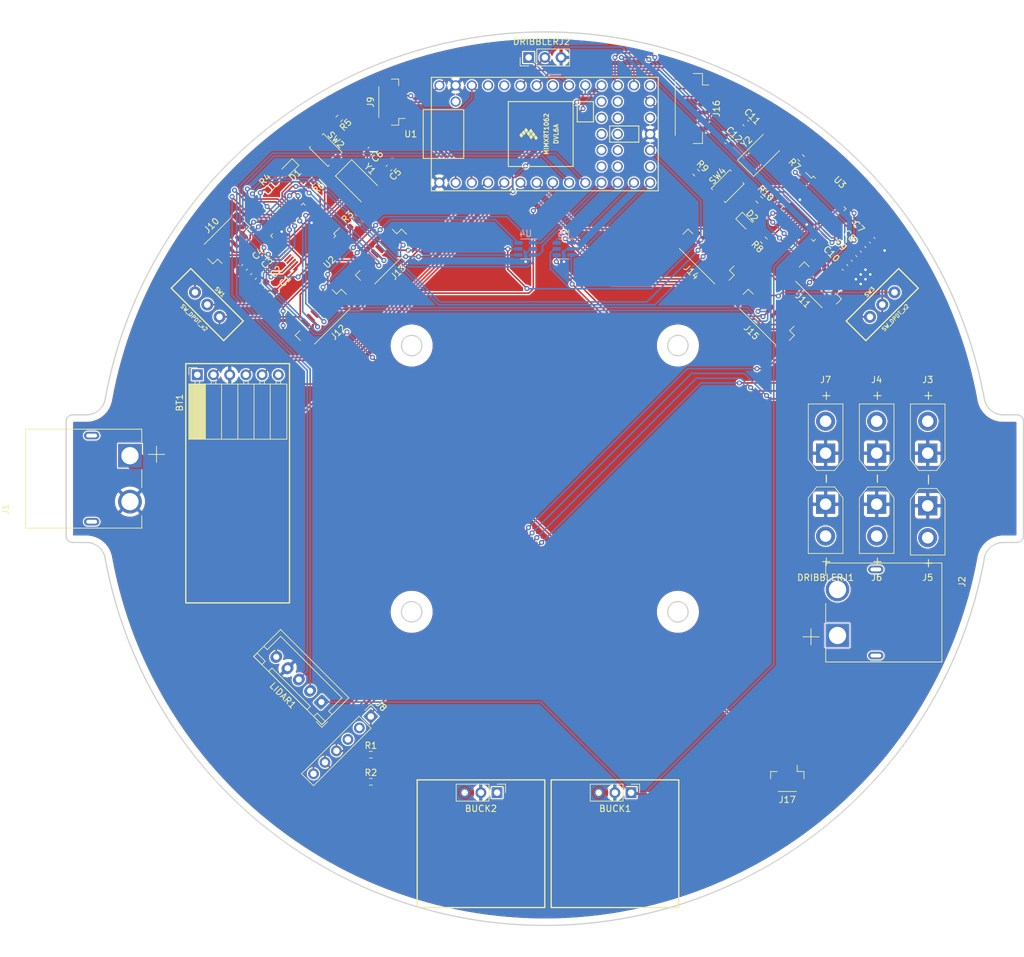
<source format=kicad_pcb>
(kicad_pcb (version 20211014) (generator pcbnew)
  (title_block (title "layer 3 pcb drawing") (date "2023-02-05") (rev "0.5") (company "8076 Robotics"))
  (layers (0 "F.Cu" signal) (31 "B.Cu" signal) (34 "B.Paste" user) (35 "F.Paste" user) (36 "B.SilkS" user "B.Silkscreen") (37 "F.SilkS" user "F.Silkscreen") (38 "B.Mask" user) (39 "F.Mask" user) (44 "Edge.Cuts" user))
  (net 0 "")
  (net 1 "/M1INA")
  (net 2 "GND")
  (net 3 "/M2INA")
  (net 4 "/M2INB")
  (net 5 "/M1INB")
  (net 6 "/M3INA")
  (net 7 "/M4INA")
  (net 8 "/M4INB")
  (net 9 "/M3INB")
  (net 10 "+5V")
  (net 11 "/BATT_+12V")
  (net 12 "+3V3")
  (net 13 "+12V")
  (net 14 "/DRIBBLERPWM")
  (net 15 "/LIDARTX")
  (net 16 "/LIDARRX")
  (net 18 "/BTTX")
  (net 19 "/BTRX")
  (net 21 "/MCU3V31")
  (net 22 "/OSCIN1")
  (net 23 "/OSCOUT1")
  (net 24 "/MCU3V32")
  (net 25 "/OSCIN2")
  (net 26 "/OSCOUT2")
  (net 27 "Net-(D1-Pad2)")
  (net 28 "Net-(D2-Pad2)")
  (net 31 "/IMUSCL")
  (net 32 "/IMUSDA")
  (net 33 "/IMURST")
  (net 34 "/SWDCLOCK1")
  (net 35 "/SWDIO1")
  (net 36 "/PROG3V31")
  (net 37 "/DEBUGTX1")
  (net 38 "/DEBUGRX1")
  (net 39 "/SWDCLOCK2")
  (net 40 "/SWDIO2")
  (net 41 "/PROG3V32")
  (net 42 "/DEBUGTX2")
  (net 43 "/DEBUGRX2")
  (net 44 "Net-(R5-Pad2)")
  (net 45 "/RESET1")
  (net 46 "Net-(R9-Pad2)")
  (net 47 "/RESET2")
  (net 57 "/L4TX")
  (net 58 "/L4RX")
  (net 62 "/NEOPIXELOUT")
  (net 86 "/IMUTX")
  (net 87 "/IMURX")
  (net 96 "Net-(R7-Pad1)")
  (net 97 "Net-(R8-Pad1)")
  (net 98 "Net-(R3-Pad1)")
  (net 99 "/L1RX")
  (net 100 "/L1TX")
  (net 101 "/M1PWM")
  (net 102 "/M2PWM")
  (net 103 "/M3PWM")
  (net 104 "/M4PWM")
  (net 107 "/CAMTX")
  (net 108 "/CAMRX")
  (net 115 "/M1CS")
  (net 116 "/M1C1")
  (net 117 "/M1C2")
  (net 118 "/M2CS")
  (net 119 "/M2C1")
  (net 120 "/M2C2")
  (net 121 "/M3CS")
  (net 122 "/M3C1")
  (net 123 "/M3C2")
  (net 124 "/M4CS")
  (net 125 "/M4C1")
  (net 126 "/M4C2")
  (net 127 "/LIDARPWM")
  (net 129 "Net-(R4-Pad1)")
  (footprint "Resistor_SMD:R_0603_1608Metric" (layer "F.Cu") (at 150.149011 59.744439 135)
    (fp_text reference "R7")
    (fp_text value "10k")
  )
  (footprint "Connector_JST:JST_SH_BM08B-SRSS-TB_1x08-1MP_P1.00mm_Vertical" (layer "F.Cu") (at 144.714045 84.714045 135)
    (fp_text reference "J15")
    (fp_text value "MOTOR4")
  )
  (footprint "Connector_JST:JST_SH_BM03B-SRSS-TB_1x03-1MP_P1.00mm_Vertical" (layer "F.Cu") (at 148 157 180)
    (fp_text reference "J17")
    (fp_text value "SH1.0 3P")
  )
  (footprint "Crystal:Crystal_SMD_5032-2Pin_5.0x3.2mm" (layer "F.Cu") (at 143.608274 59.214109 45)
    (fp_text reference "Y2")
    (fp_text value "Crystal")
  )
  (footprint "Capacitor_SMD:C_0603_1608Metric" (layer "F.Cu") (at 67.188277 81.132789 45)
    (fp_text reference "C1")
    (fp_text value "1μF")
  )
  (footprint "Connector_JST:JST_XH_B5B-XH-A_1x05_P2.50mm_Vertical" (layer "F.Cu") (at 75 145 135)
    (fp_text reference "LIDAR1")
    (fp_text value "XH2.54 5P")
  )
  (footprint "Connector_JST:JST_GH_SM06B-GHS-TB_1x06-1MP_P1.25mm_Horizontal" (layer "F.Cu") (at 133 52 -90)
    (fp_text reference "J16")
    (fp_text value "CAMERA")
  )
  (footprint "Connector_PinHeader_2.54mm:PinHeader_1x06_P2.54mm_Vertical" (layer "F.Cu") (at 82.740129 147.259872 -45)
    (fp_text reference "J8")
    (fp_text value "COMPASS")
  )
  (footprint "Switches:SWITCH_SPDT_PTH_11.6X4.0MM_LOCK" (layer "F.Cu") (at 57.112006 82.72378 -135)
    (fp_text reference "SW1")
    (fp_text value "SW_DPDT_x2")
  )
  (footprint "Resistor_SMD:R_0603_1608Metric" (layer "F.Cu") (at 144.315382 72.64914 135)
    (fp_text reference "R8")
    (fp_text value "1k")
  )
  (footprint "Capacitor_SMD:C_0603_1608Metric" (layer "F.Cu") (at 157.043304 76.89178 135)
    (fp_text reference "C10")
    (fp_text value "1μF")
  )
  (footprint "Connector_JST:JST_SH_BM06B-SRSS-TB_1x06-1MP_P1.00mm_Vertical" (layer "F.Cu") (at 152.800662 79.720205 135)
    (fp_text reference "J11")
    (fp_text value "SH1.0 Female")
  )
  (footprint "Connector_PinSocket_2.54mm:PinSocket_1x06_P2.54mm_Horizontal" (layer "F.Cu") (at 55.55 93.719719 90)
    (fp_text reference "BT1")
    (fp_text value "Conn_01x06_Female")
  )
  (footprint "Connector_PinHeader_2.54mm:PinHeader_1x03_P2.54mm_Vertical" (layer "F.Cu") (at 107.475 44 90)
    (fp_text reference "DRIBBLERJ2")
    (fp_text value "Conn_01x03_Male")
  )
  (footprint "Resistor_SMD:R_0603_1608Metric" (layer "F.Cu") (at 133.708779 62.042536 -45)
    (fp_text reference "R9")
    (fp_text value "1k")
  )
  (footprint "Capacitor_SMD:C_0603_1608Metric" (layer "F.Cu") (at 62.945637 76.890149 45)
    (fp_text reference "C4")
    (fp_text value "1μF")
  )
  (footprint "Connector_JST:JST_SH_BM08B-SRSS-TB_1x08-1MP_P1.00mm_Vertical" (layer "F.Cu") (at 135.285955 75.285955 135)
    (fp_text reference "J14")
    (fp_text value "MOTOR3")
  )
  (footprint "Connector_AMASS:AMASS_XT30UPB-F_1x02_P5.0mm_Vertical" (layer "F.Cu") (at 154 114 -90)
    (fp_text reference "DRIBBLERJ1")
    (fp_text value "XT30UPB-F")
  )
  (footprint "Resistor_SMD:R_0603_1608Metric" (layer "F.Cu") (at 77.794879 53.555625 -135)
    (fp_text reference "R5")
    (fp_text value "1k")
  )
  (footprint "Resistor_SMD:R_0603_1608Metric" (layer "F.Cu") (at 80.092976 69.995857 45)
    (fp_text reference "R3")
    (fp_text value "10k")
  )
  (footprint "Diode_SMD:D_0603_1608Metric" (layer "F.Cu") (at 69.889425 61.432794 -135)
    (fp_text reference "D1")
    (fp_text value "BLUE")
  )
  (footprint "Package_QFP:LQFP-48_7x7mm_P0.5mm" (layer "F.Cu") (at 72.138025 71.940401 -135)
    (fp_text reference "U2")
    (fp_text value "STM32F103C8T6")
  )
  (footprint "Button_Switch_SMD:SW_Push_SPST_NO_Alps_SKRK" (layer "F.Cu") (at 75.673559 58.505372 -45)
    (fp_text reference "SW2")
    (fp_text value "SW_Push")
  )
  (footprint "Capacitor_SMD:C_0603_1608Metric" (layer "F.Cu") (at 64.35985 78.304362 45)
    (fp_text reference "C3")
    (fp_text value "1μF")
  )
  (footprint "Resistor_SMD:R_0603_1608Metric" (layer "F.Cu") (at 82.75 153.25)
    (fp_text reference "R1")
    (fp_text value "R")
  )
  (footprint "teensy:Teensy40" (layer "F.Cu") (at 110 56)
    (fp_text reference "U1")
    (fp_text value "TEENSY 4.0")
  )
  (footprint "Button_Switch_SMD:SW_Push_SPST_NO_Alps_SKRK" (layer "F.Cu") (at 138.658528 64.163855 45)
    (fp_text reference "SW4")
    (fp_text value "SW_Push")
  )
  (footprint "Resistor_SMD:R_0603_1608Metric" (layer "F.Cu") (at 73.552238 63.45512 -135)
    (fp_text reference "R6")
    (fp_text value "10k")
  )
  (footprint "Connector_PinHeader_2.54mm:PinHeader_1x03_P2.54mm_Vertical" (layer "F.Cu") (at 123.525 159.2 -90)
    (fp_text reference "BUCK1")
    (fp_text value "+5V")
  )
  (footprint "Switches:SWITCH_SPDT_PTH_11.6X4.0MM_LOCK" (layer "F.Cu") (at 162.876935 82.725411 -45)
    (fp_text reference "SW3")
    (fp_text value "SW_DPDT_x2")
  )
  (footprint "Diode_SMD:D_0603_1608Metric" (layer "F.Cu") (at 141.486955 69.820712 -45)
    (fp_text reference "D2")
    (fp_text value "BLUE")
  )
  (footprint "Connector_AMASS:AMASS_XT30UPB-F_1x02_P5.0mm_Vertical" (layer "F.Cu") (at 161.999999 114 -90)
    (fp_text reference "J6")
    (fp_text value "XT30UPB-F")
  )
  (footprint "Capacitor_SMD:C_0603_1608Metric" (layer "F.Cu") (at 65.774065 79.718576 45)
    (fp_text reference "C2")
    (fp_text value "1μF")
  )
  (footprint "Crystal:Crystal_SMD_5032-2Pin_5.0x3.2mm" (layer "F.Cu") (at 80.623306 63.45512 -45)
    (fp_text reference "Y1")
    (fp_text value "Crystal")
  )
  (footprint "Connector_AMASS:AMASS_XT30UPB-F_1x02_P5.0mm_Vertical" (layer "F.Cu") (at 154 106 90)
    (fp_text reference "J7")
    (fp_text value "XT30UPB-F")
  )
  (footprint "Connector_PinHeader_2.54mm:PinHeader_1x03_P2.54mm_Vertical" (layer "F.Cu") (at 102.525 159.2 -90)
    (fp_text reference "BUCK2")
    (fp_text value "+3V3")
  )
  (footprint "Capacitor_SMD:C_0603_1608Metric" (layer "F.Cu") (at 85.573054 61.333799 -135)
    (fp_text reference "C5")
    (fp_text value "1pF")
  )
  (footprint "Capacitor_SMD:C_0603_1608Metric" (layer "F.Cu") (at 138.658528 57.09279 -45)
    (fp_text reference "C12")
    (fp_text value "1pF")
  )
  (footprint "Connector_AMASS:AMASS_XT30UPB-F_1x02_P5.0mm_Vertical" (layer "F.Cu") (at 161.999999 106 90)
    (fp_text reference "J4")
    (fp_text value "XT30UPB-F")
  )
  (footprint "Connector_JST:JST_SH_BM05B-SRSS-TB_1x05-1MP_P1.00mm_Vertical" (layer "F.Cu") (at 86 51 90)
    (fp_text reference "J9")
    (fp_text value "SH1.0 5P")
  )
  (footprint "Capacitor_SMD:C_0603_1608Metric" (layer "F.Cu") (at 161.285945 72.64914 135)
    (fp_text reference "C7")
    (fp_text value "1μF")
  )
  (footprint "Resistor_SMD:R_0603_1608Metric" (layer "F.Cu") (at 82.75 157.5)
    (fp_text reference "R2")
    (fp_text value "R")
  )
  (footprint "XT60PW-M:AMASS_XT60PW-M" (layer "F.Cu") (at 161.869039 130.967519 -90)
    (fp_text reference "J2")
    (fp_text value "XT60PW-M")
  )
  (footprint "Capacitor_SMD:C_0603_1608Metric" (layer "F.Cu") (at 141.486955 54.264363 -45)
    (fp_text reference "C11")
    (fp_text value "1pF")
  )
  (footprint "Connector_AMASS:AMASS_XT30UPB-F_1x02_P5.0mm_Vertical" (layer "F.Cu") (at 169.999999 114.25 -90)
    (fp_text reference "J5")
    (fp_text value "XT30UPB-F")
  )
  (footprint "Connector_AMASS:AMASS_XT30UPB-F_1x02_P5.0mm_Vertical" (layer "F.Cu") (at 169.999999 106 90)
    (fp_text reference "J3")
    (fp_text value "XT30UPB-F")
  )
  (footprint "Capacitor_SMD:C_0603_1608Metric" (layer "F.Cu") (at 159.87173 74.063352 135)
    (fp_text reference "C8")
    (fp_text value "1μF")
  )
  (footprint "Package_QFP:LQFP-48_7x7mm_P0.5mm" (layer "F.Cu") (at 152.093556 67.699391 -45)
    (fp_text reference "U3")
    (fp_text value "STM32F103C8T6")
  )
  (footprint "Connector_JST:JST_SH_BM06B-SRSS-TB_1x06-1MP_P1.00mm_Vertical" (layer "F.Cu") (at 60.11721 72.647509 45)
    (fp_text reference "J10")
    (fp_text value "SH1.0 Female")
  )
  (footprint "Connector_JST:JST_SH_BM08B-SRSS-TB_1x08-1MP_P1.00mm_Vertical" (layer "F.Cu") (at 84.714045 75.285955 -135)
    (fp_text reference "J13")
    (fp_text value "MOTOR2")
  )
  (footprint "Resistor_SMD:R_0603_1608Metric" (layer "F.Cu") (at 143.608274 66.285176 -45)
    (fp_text reference "R10")
    (fp_text value "10k")
  )
  (footprint "Resistor_SMD:R_0603_1608Metric" (layer "F.Cu") (at 67.188277 64.162227 45)
    (fp_text reference "R4")
    (fp_text value "1k")
  )
  (footprint "XT60PW-M:AMASS_XT60PW-M" (layer "F.Cu") (at 39 110 90)
    (fp_text reference "J1")
    (fp_text value "XT60PW-M")
  )
  (footprint "Capacitor_SMD:C_0603_1608Metric" (layer "F.Cu") (at 82.744627 58.505372 -135)
    (fp_text reference "C6")
    (fp_text value "1pF")
  )
  (footprint "Capacitor_SMD:C_0603_1608Metric" (layer "F.Cu") (at 158.457517 75.477565 135)
    (fp_text reference "C9")
    (fp_text value "1μF")
  )
  (footprint "Connector_JST:JST_SH_BM08B-SRSS-TB_1x08-1MP_P1.00mm_Vertical" (layer "F.Cu") (at 75.285955 84.714045 -135)
    (fp_text reference "J12")
    (fp_text value "MOTOR1")
  )
  (footprint "Package_TO_SOT_SMD:SOT-23-6" (layer "B.Cu") (at 107 74 180)
    (fp_text reference "U4")
    (fp_text value "74LVC2G04")
  )
  (footprint "Package_TO_SOT_SMD:SOT-23-6" (layer "B.Cu") (at 113 74 180)
    (fp_text reference "U5")
    (fp_text value "74LVC2G04")
  )
  (gr_rect (start 131 157.2) (end 111 177.2) (layer "F.SilkS") (width 0.2) (fill none))
  (gr_rect (start 53.75 91.969719) (end 70 129.469719) (layer "F.SilkS") (width 0.2) (fill none))
  (gr_rect (start 110 157.2) (end 90 177.2) (layer "F.SilkS") (width 0.2) (fill none))
  (gr_line (start 35 101) (end 35 119) (layer "Edge.Cuts") (width 0.2))
  (gr_arc (start 184 100) (mid 184.707107 100.292893) (end 185 101) (layer "Edge.Cuts") (width 0.2))
  (gr_circle (center 89.14035 130.85965) (end 90.74035 130.85965) (layer "Edge.Cuts") (width 0.2) (fill none))
  (gr_arc (start 181.83314 100) (mid 179.909936 99.302486) (end 178.881093 97.534247) (layer "Edge.Cuts") (width 0.2))
  (gr_arc (start 41.118907 97.534247) (mid 40.090042 99.302471) (end 38.16686 100) (layer "Edge.Cuts") (width 0.2))
  (gr_arc (start 178.881093 122.465753) (mid 179.909961 120.697544) (end 181.83314 120) (layer "Edge.Cuts") (width 0.2))
  (gr_arc (start 35 101) (mid 35.292893 100.292893) (end 36 100) (layer "Edge.Cuts") (width 0.2))
  (gr_line (start 38.16686 100) (end 36 100) (layer "Edge.Cuts") (width 0.2))
  (gr_line (start 36 120) (end 38.16686 120) (layer "Edge.Cuts") (width 0.2))
  (gr_line (start 185 119) (end 185 101) (layer "Edge.Cuts") (width 0.2))
  (gr_line (start 181.83314 120) (end 184 120) (layer "Edge.Cuts") (width 0.2))
  (gr_arc (start 36 120) (mid 35.292893 119.707107) (end 35 119) (layer "Edge.Cuts") (width 0.2))
  (gr_arc (start 41.118907 97.534247) (mid 110 40) (end 178.881093 97.534247) (layer "Edge.Cuts") (width 0.2))
  (gr_arc (start 185 119) (mid 184.707107 119.707107) (end 184 120) (layer "Edge.Cuts") (width 0.2))
  (gr_arc (start 178.881093 122.465753) (mid 110 180) (end 41.118907 122.465753) (layer "Edge.Cuts") (width 0.2))
  (gr_line (start 184 100) (end 181.83314 100) (layer "Edge.Cuts") (width 0.2))
  (gr_arc (start 38.16686 120) (mid 40.090042 120.697529) (end 41.118907 122.465753) (layer "Edge.Cuts") (width 0.2))
  (gr_circle (center 130.85965 89.14035) (end 132.45965 89.14035) (layer "Edge.Cuts") (width 0.2) (fill none))
  (gr_circle (center 130.85965 130.85965) (end 132.45965 130.85965) (layer "Edge.Cuts") (width 0.2) (fill none))
  (gr_circle (center 89.14035 89.14035) (end 90.74035 89.14035) (layer "Edge.Cuts") (width 0.2) (fill none))
  (segment (start 76 80.478343) (end 76 78) (width 0.25) (layer "F.Cu") (net 1))
  (segment (start 76.823912 81.302255) (end 76 80.478343) (width 0.25) (layer "F.Cu") (net 1))
  (segment (start 80 73.8) (end 80 73.78649) (width 0.25) (layer "F.Cu") (net 1))
  (segment (start 83.493245 70.293245) (end 80 73.8) (width 0.25) (layer "F.Cu") (net 1))
  (via (at 80 73.8) (size 0.8) (drill 0.4) (layers "F.Cu" "B.Cu") (net 1))
  (via (at 76 78) (size 0.8) (drill 0.4) (layers "F.Cu" "B.Cu") (net 1))
  (via (at 83.493245 70.293245) (size 0.8) (drill 0.4) (layers "F.Cu" "B.Cu") (net 1))
  (segment (start 76 77.8) (end 76 78) (width 0.25) (layer "B.Cu") (net 1))
  (segment (start 83.493245 70.293245) (end 84.83649 68.95) (width 0.25) (layer "B.Cu") (net 1))
  (segment (start 108.1375 73.05) (end 109.46 73.05) (width 0.25) (layer "B.Cu") (net 1))
  (segment (start 80 73.8) (end 76 77.8) (width 0.25) (layer "B.Cu") (net 1))
  (segment (start 109.46 73.05) (end 118.89 63.62) (width 0.25) (layer "B.Cu") (net 1))
  (segment (start 104.0375 68.95) (end 108.1375 73.05) (width 0.25) (layer "B.Cu") (net 1))
  (segment (start 84.83649 68.95) (end 104.0375 68.95) (width 0.25) (layer "B.Cu") (net 1))
  (segment (start 68.7821 71.292026) (end 68.30767 71.292026) (width 0.25) (layer "F.Cu") (net 2))
  (segment (start 151.309151 70.45052) (end 151.032895 70.174264) (width 0.25) (layer "F.Cu") (net 2))
  (segment (start 148.619894 65.28639) (end 149.618683 66.285179) (width 0.25) (layer "F.Cu") (net 2))
  (segment (start 73.46231 69.555456) (end 73.46231 69.909009) (width 0.25) (layer "F.Cu") (net 2))
  (segment (start 150.741213 72.233712) (end 151.309151 71.665775) (width 0.25) (layer "F.Cu") (net 2))
  (segment (start 149.618683 66.285179) (end 149.972235 66.285177) (width 0.25) (layer "F.Cu") (net 2))
  (segment (start 68.30767 71.292026) (end 67.603703 70.588059) (width 0.25) (layer "F.Cu") (net 2))
  (segment (start 74.551027 68.466739) (end 73.46231 69.555456) (width 0.25) (layer "F.Cu") (net 2))
  (segment (start 151.309151 71.665775) (end 151.309151 70.45052) (width 0.25) (layer "F.Cu") (net 2))
  (via (at 159.5 79.5) (size 0.8) (drill 0.4) (layers "F.Cu" "B.Cu") (net 2))
  (via (at 113 76) (size 0.8) (drill 0.4) (layers "F.Cu" "B.Cu") (net 2))
  (via (at 107 76) (size 0.8) (drill 0.4) (layers "F.Cu" "B.Cu") (net 2))
  (via (at 149.972235 66.285177) (size 0.8) (drill 0.4) (layers "F.Cu" "B.Cu") (net 2))
  (via (at 158.75 78.75) (size 0.8) (drill 0.4) (layers "F.Cu" "B.Cu") (net 2))
  (via (at 160.25 78.75) (size 0.8) (drill 0.4) (layers "F.Cu" "B.Cu") (net 2))
  (via (at 159.5 78) (size 0.8) (drill 0.4) (layers "F.Cu" "B.Cu") (net 2))
  (via (at 73.46231 69.909009) (size 0.8) (drill 0.4) (layers "F.Cu" "B.Cu") (net 2))
  (via (at 161 78) (size 0.8) (drill 0.4) (layers "F.Cu" "B.Cu") (net 2))
  (via (at 151.032895 70.174264) (size 0.8) (drill 0.4) (layers "F.Cu" "B.Cu") (net 2))
  (via (at 160.25 77.25) (size 0.8) (drill 0.4) (layers "F.Cu" "B.Cu") (net 2))
  (via (at 163.25 74.25) (size 0.8) (drill 0.4) (layers "F.Cu" "B.Cu") (net 2))
  (via (at 68.7821 71.292026) (size 0.8) (drill 0.4) (layers "F.Cu" "B.Cu") (net 2))
  (segment (start 114.1375 74) (end 113.453249 74) (width 0.25) (layer "B.Cu") (net 2))
  (segment (start 107 74.753249) (end 107 76) (width 0.25) (layer "B.Cu") (net 2))
  (segment (start 107.753249 74) (end 107 74.753249) (width 0.25) (layer "B.Cu") (net 2))
  (segment (start 113 74.453249) (end 113 76) (width 0.25) (layer "B.Cu") (net 2))
  (segment (start 113.453249 74) (end 113 74.453249) (width 0.25) (layer "B.Cu") (net 2))
  (segment (start 108.1375 74) (end 107.753249 74) (width 0.25) (layer "B.Cu") (net 2))
  (segment (start 86.274165 71.874165) (end 86.252002 71.874165) (width 0.25) (layer "F.Cu") (net 3))
  (segment (start 87.8 73.4) (end 86.274165 71.874165) (width 0.25) (layer "F.Cu") (net 3))
  (segment (start 86.252002 71.874165) (end 86.252002 72.252002) (width 0.25) (layer "F.Cu") (net 3))
  (via (at 87.8 73.4) (size 0.8) (drill 0.4) (layers "F.Cu" "B.Cu") (net 3))
  (segment (start 120.305 64.745) (end 121.43 63.62) (width 0.25) (layer "B.Cu") (net 3))
  (segment (start 87.4 73.8) (end 87.4 75.527208) (width 0.25) (layer "B.Cu") (net 3))
  (segment (start 109.05 74.95) (end 109.646396 74.353604) (width 0.25) (layer "B.Cu") (net 3))
  (segment (start 118.401396 64.745) (end 120.305 64.745) (width 0.25) (layer "B.Cu") (net 3))
  (segment (start 87.8 73.4) (end 87.4 73.8) (width 0.25) (layer "B.Cu") (net 3))
  (segment (start 108.1375 76.0625) (end 108.1375 74.95) (width 0.25) (layer "B.Cu") (net 3))
  (segment (start 107.4 76.8) (end 108.1375 76.0625) (width 0.25) (layer "B.Cu") (net 3))
  (segment (start 88.672792 76.8) (end 107.4 76.8) (width 0.25) (layer "B.Cu") (net 3))
  (segment (start 87.4 75.527208) (end 88.672792 76.8) (width 0.25) (layer "B.Cu") (net 3))
  (segment (start 109.646396 73.5) (end 118.401396 64.745) (width 0.25) (layer "B.Cu") (net 3))
  (segment (start 109.646396 74.353604) (end 109.646396 73.5) (width 0.25) (layer "B.Cu") (net 3))
  (segment (start 108.1375 74.95) (end 109.05 74.95) (width 0.25) (layer "B.Cu") (net 3))
  (segment (start 87.163623 74.2) (end 88.6 74.2) (width 0.25) (layer "F.Cu") (net 4))
  (segment (start 85.544895 72.581272) (end 87.163623 74.2) (width 0.25) (layer "F.Cu") (net 4))
  (via (at 88.6 74.2) (size 0.8) (drill 0.4) (layers "F.Cu" "B.Cu") (net 4))
  (segment (start 90.975305 74.95) (end 90.225305 74.2) (width 0.25) (layer "B.Cu") (net 4))
  (segment (start 105.8625 74.95) (end 90.975305 74.95) (width 0.25) (layer "B.Cu") (net 4))
  (segment (start 90.225305 74.2) (end 88.6 74.2) (width 0.25) (layer "B.Cu") (net 4))
  (segment (start 84.2 71) (end 80.6 74.6) (width 0.25) (layer "F.Cu") (net 5))
  (segment (start 75.25 80) (end 75.25 81.142557) (width 0.25) (layer "F.Cu") (net 5))
  (segment (start 75.25 81.142557) (end 76.116805 82.009362) (width 0.25) (layer "F.Cu") (net 5))
  (via (at 75.25 80) (size 0.8) (drill 0.4) (layers "F.Cu" "B.Cu") (net 5))
  (via (at 84.2 71) (size 0.8) (drill 0.4) (layers "F.Cu" "B.Cu") (net 5))
  (via (at 80.6 74.6) (size 0.8) (drill 0.4) (layers "F.Cu" "B.Cu") (net 5))
  (segment (start 75.25 80) (end 80.6 74.65) (width 0.25) (layer "B.Cu") (net 5))
  (segment (start 80.6 74.65) (end 80.6 74.6) (width 0.25) (layer "B.Cu") (net 5))
  (segment (start 105.8625 73.05) (end 102.2125 69.4) (width 0.25) (layer "B.Cu") (net 5))
  (segment (start 85.8 69.4) (end 84.2 71) (width 0.25) (layer "B.Cu") (net 5))
  (segment (start 102.2125 69.4) (end 85.8 69.4) (width 0.25) (layer "B.Cu") (net 5))
  (segment (start 113.2 72.4) (end 120.4 79.6) (width 0.25) (layer "F.Cu") (net 6))
  (segment (start 135.921657 79.6) (end 138.697745 76.823912) (width 0.25) (layer "F.Cu") (net 6))
  (segment (start 120.4 79.6) (end 135.921657 79.6) (width 0.25) (layer "F.Cu") (net 6))
  (via (at 113.2 72.4) (size 0.8) (drill 0.4) (layers "F.Cu" "B.Cu") (net 6))
  (segment (start 114.1375 73.05) (end 114.54 73.05) (width 0.25) (layer "B.Cu") (net 6))
  (segment (start 113.2 72.4) (end 114 72.4) (width 0.25) (layer "B.Cu") (net 6))
  (segment (start 114.54 73.05) (end 123.97 63.62) (width 0.25) (layer "B.Cu") (net 6))
  (segment (start 114 72.4) (end 114.1375 72.5375) (width 0.25) (layer "B.Cu") (net 6))
  (segment (start 114.1375 72.5375) (end 114.1375 73.05) (width 0.25) (layer "B.Cu") (net 6))
  (segment (start 147.809934 86.567903) (end 148.125835 86.252002) (width 0.25) (layer "F.Cu") (net 7))
  (segment (start 144.506202 86.567903) (end 147.809934 86.567903) (width 0.25) (layer "F.Cu") (net 7))
  (segment (start 114.287701 79.512299) (end 119.775402 85) (width 0.25) (layer "F.Cu") (net 7))
  (segment (start 142.938299 85) (end 144.506202 86.567903) (width 0.25) (layer "F.Cu") (net 7))
  (segment (start 119.775402 85) (end 142.938299 85) (width 0.25) (layer "F.Cu") (net 7))
  (via (at 114.287701 79.512299) (size 0.8) (drill 0.4) (layers "F.Cu" "B.Cu") (net 7))
  (segment (start 114.1375 74.95) (end 115.18 74.95) (width 0.25) (layer "B.Cu") (net 7))
  (segment (start 115.18 74.95) (end 126.51 63.62) (width 0.25) (layer "B.Cu") (net 7))
  (segment (start 114.1375 79.362098) (end 114.1375 74.95) (width 0.25) (layer "B.Cu") (net 7))
  (segment (start 114.287701 79.512299) (end 114.1375 79.362098) (width 0.25) (layer "B.Cu") (net 7))
  (segment (start 143.124695 84.55) (end 144.435492 85.860797) (width 0.25) (layer "F.Cu") (net 8))
  (segment (start 120.35 84.55) (end 143.124695 84.55) (width 0.25) (layer "F.Cu") (net 8))
  (segment (start 111.8 76) (end 120.35 84.55) (width 0.25) (layer "F.Cu") (net 8))
  (segment (start 144.435492 85.860797) (end 147.102826 85.860797) (width 0.25) (layer "F.Cu") (net 8))
  (segment (start 147.102826 85.860797) (end 147.418728 85.544895) (width 0.25) (layer "F.Cu") (net 8))
  (via (at 111.8 76) (size 0.8) (drill 0.4) (layers "F.Cu" "B.Cu") (net 8))
  (segment (start 111.8625 75.9375) (end 111.8 76) (width 0.25) (layer "B.Cu") (net 8))
  (segment (start 111.8625 74.95) (end 111.8625 75.9375) (width 0.25) (layer "B.Cu") (net 8))
  (segment (start 120.975305 79.15) (end 113.246682 71.421377) (width 0.25) (layer "F.Cu") (net 9))
  (segment (start 134.957443 79.15) (end 120.975305 79.15) (width 0.25) (layer "F.Cu") (net 9))
  (segment (start 113.246682 71.421377) (end 112.996778 71.421377) (width 0.25) (layer "F.Cu") (net 9))
  (segment (start 137.990638 76.116805) (end 134.957443 79.15) (width 0.25) (layer "F.Cu") (net 9))
  (via (at 112.996778 71.421377) (size 0.8) (drill 0.4) (layers "F.Cu" "B.Cu") (net 9))
  (segment (start 111.8625 72.555655) (end 111.8625 73.05) (width 0.25) (layer "B.Cu") (net 9))
  (segment (start 112.996778 71.421377) (end 111.8625 72.555655) (width 0.25) (layer "B.Cu") (net 9))
  (segment (start 90.87 51) (end 93.49 48.38) (width 0.25) (layer "F.Cu") (net 10))
  (segment (start 136.025 52.971751) (end 136.025 48.528249) (width 0.25) (layer "F.Cu") (net 10))
  (segment (start 108.615 45.4) (end 96.47 45.4) (width 0.25) (layer "F.Cu") (net 10))
  (segment (start 96.47 45.4) (end 93.49 48.38) (width 0.25) (layer "F.Cu") (net 10))
  (segment (start 134.85 53.875) (end 135.121751 53.875) (width 0.25) (layer "F.Cu") (net 10))
  (segment (start 135.121751 53.875) (end 136.025 52.971751) (width 0.25) (layer "F.Cu") (net 10))
  (segment (start 111.565 45.55) (end 110.015 44) (width 0.25) (layer "F.Cu") (net 10))
  (segment (start 123.75 159.425) (end 123.525 159.2) (width 0.25) (layer "F.Cu") (net 10))
  (segment (start 149 155.675) (end 149 156.713173) (width 0.25) (layer "F.Cu") (net 10))
  (segment (start 130.311827 46.2) (end 129.661827 45.55) (width 0.25) (layer "F.Cu") (net 10))
  (segment (start 136.025 48.528249) (end 133.696751 46.2) (width 0.25) (layer "F.Cu") (net 10))
  (segment (start 87.325 51) (end 90.87 51) (width 0.25) (layer "F.Cu") (net 10))
  (segment (start 110.015 44) (end 108.615 45.4) (width 0.25) (layer "F.Cu") (net 10))
  (segment (start 129.661827 45.55) (end 111.565 45.55) (width 0.25) (layer "F.Cu") (net 10))
  (segment (start 146.288173 159.425) (end 123.75 159.425) (width 0.25) (layer "F.Cu") (net 10))
  (segment (start 133.696751 46.2) (end 130.311827 46.2) (width 0.25) (layer "F.Cu") (net 10))
  (segment (start 149 156.713173) (end 146.288173 159.425) (width 0.25) (layer "F.Cu") (net 10))
  (segment (start 110.015 44) (end 111.651443 42.363557) (width 0.25) (layer "B.Cu") (net 10))
  (segment (start 75 145) (end 109.325 145) (width 0.25) (layer "B.Cu") (net 10))
  (segment (start 151.2 71.479009) (end 145.875 76.804009) (width 0.25) (layer "B.Cu") (net 10))
  (segment (start 122.084548 42.363557) (end 151.2 71.479009) (width 0.25) (layer "B.Cu") (net 10))
  (segment (start 145.875 139.125) (end 125.8 159.2) (width 0.25) (layer "B.Cu") (net 10))
  (segment (start 109.325 145) (end 123.525 159.2) (width 0.25) (layer "B.Cu") (net 10))
  (segment (start 111.651443 42.363557) (end 122.084548 42.363557) (width 0.25) (layer "B.Cu") (net 10))
  (segment (start 125.8 159.2) (end 123.525 159.2) (width 0.25) (layer "B.Cu") (net 10))
  (segment (start 145.875 76.804009) (end 145.875 139.125) (width 0.25) (layer "B.Cu") (net 10))
  (segment (start 45 106.4) (end 50.6 112) (width 3) (layer "F.Cu") (net 11))
  (segment (start 87.134469 169.500531) (end 108.144469 169.500531) (width 3) (layer "F.Cu") (net 11))
  (segment (start 50.6 112) (end 50.6 140.270532) (width 3) (layer "F.Cu") (net 11))
  (segment (start 87.134469 169.500531) (end 97.435 159.2) (width 3) (layer "F.Cu") (net 11))
  (segment (start 108.144469 169.500531) (end 118.435 159.21) (width 3) (layer "F.Cu") (net 11))
  (segment (start 79.829999 169.500531) (end 87.134469 169.500531) (width 3) (layer "F.Cu") (net 11))
  (segment (start 118.435 159.21) (end 118.435 159.2) (width 3) (layer "F.Cu") (net 11))
  (segment (start 50.6 140.270532) (end 79.829999 169.500531) (width 3) (layer "F.Cu") (net 11))
  (segment (start 144.6 81.292557) (end 146.507443 81.292557) (width 0.25) (layer "F.Cu") (net 12))
  (segment (start 81.693461 75.800904) (end 76.999096 75.800904) (width 0.25) (layer "F.Cu") (net 12))
  (segment (start 143.883195 82.009362) (end 144.6 81.292557) (width 0.25) (layer "F.Cu") (net 12))
  (segment (start 99.985 49.795) (end 125.385 49.795) (width 0.25) (layer "F.Cu") (net 12))
  (segment (start 125.385 49.795) (end 126.51 50.92) (width 0.25) (layer "F.Cu") (net 12))
  (segment (start 128.237865 56.812135) (end 126.51 58.54) (width 0.25) (layer "F.Cu") (net 12))
  (segment (start 146.507443 81.292557) (end 146.6 81.385114) (width 0.25) (layer "F.Cu") (net 12))
  (segment (start 72.581272 85.544895) (end 71.681932 84.645555) (width 0.25) (layer "F.Cu") (net 12))
  (segment (start 104.2 74) (end 104.2 77.2) (width 0.25) (layer "F.Cu") (net 12))
  (segment (start 96.272792 74) (end 75.097792 95.175) (width 0.25) (layer "F.Cu") (net 12))
  (segment (start 126.51 50.92) (end 128.237865 52.647865) (width 0.25) (layer "F.Cu") (net 12))
  (segment (start 59.033781 84.645555) (end 59.033781 92.775938) (width 0.25) (layer "F.Cu") (net 12))
  (segment (start 82.009362 76.116805) (end 81.693461 75.800904) (width 0.25) (layer "F.Cu") (net 12))
  (segment (start 128.237865 52.647865) (end 128.237865 56.812135) (width 0.25) (layer "F.Cu") (net 12))
  (segment (start 104.2 74) (end 96.272792 74) (width 0.25) (layer "F.Cu") (net 12))
  (segment (start 59.545281 95.175) (end 58.09 93.719719) (width 0.25) (layer "F.Cu") (net 12))
  (segment (start 59.033781 92.775938) (end 58.09 93.719719) (width 0.25) (layer "F.Cu") (net 12))
  (segment (start 71.681932 81.118068) (end 71.681932 84.645555) (width 0.25) (layer "F.Cu") (net 12))
  (segment (start 71.681932 84.645555) (end 59.033781 84.645555) (width 0.25) (layer "F.Cu") (net 12))
  (segment (start 104.2 77.2) (end 107.2 80.2) (width 0.25) (layer "F.Cu") (net 12))
  (segment (start 87.325 50) (end 89 50) (width 0.25) (layer "F.Cu") (net 12))
  (segment (start 144.6 77.836396) (end 138.163604 71.4) (width 0.25) (layer "F.Cu") (net 12))
  (segment (start 135.636377 71.4) (end 134.455105 72.581272) (width 0.25) (layer "F.Cu") (net 12))
  (segment (start 98.57 48.38) (end 99.985 49.795) (width 0.25) (layer "F.Cu") (net 12))
  (segment (start 138.163604 71.4) (end 135.636377 71.4) (width 0.25) (layer "F.Cu") (net 12))
  (segment (start 144.6 81.292557) (end 144.6 77.836396) (width 0.25) (layer "F.Cu") (net 12))
  (segment (start 59.215 84.826774) (end 59.033781 84.645555) (width 0.25) (layer "F.Cu") (net 12))
  (segment (start 75.097792 95.175) (end 59.545281 95.175) (width 0.25) (layer "F.Cu") (net 12))
  (segment (start 76.999096 75.800904) (end 71.681932 81.118068) (width 0.25) (layer "F.Cu") (net 12))
  (via (at 104.2 74) (size 0.8) (drill 0.4) (layers "F.Cu" "B.Cu") (net 12))
  (via (at 89 50) (size 0.8) (drill 0.4) (layers "F.Cu" "B.Cu") (net 12))
  (via (at 134.455105 72.581272) (size 0.8) (drill 0.4) (layers "F.Cu" "B.Cu") (net 12))
  (via (at 107.2 80.2) (size 0.8) (drill 0.4) (layers "F.Cu" "B.Cu") (net 12))
  (via (at 104.2 74) (size 0.8) (drill 0.4) (layers "F.Cu" "B.Cu") (net 12))
  (via (at 146.6 81.385114) (size 0.8) (drill 0.4) (layers "F.Cu" "B.Cu") (net 12))
  (segment (start 113.762701 80.237299) (end 113.987396 80.237299) (width 0.25) (layer "B.Cu") (net 12))
  (segment (start 113.762701 80.237299) (end 113.875049 80.124951) (width 0.25) (layer "B.Cu") (net 12))
  (segment (start 96.955 52.045) (end 98.57 50.43) (width 0.25) (layer "B.Cu") (net 12))
  (segment (start 126.799078 80.237299) (end 113.987396 80.237299) (width 0.25) (layer "B.Cu") (net 12))
  (segment (start 147.181478 80.803636) (end 164.79871 80.803636) (width 0.25) (layer "B.Cu") (net 12))
  (segment (start 91.045 52.045) (end 96.955 52.045) (width 0.25) (layer "B.Cu") (net 12))
  (segment (start 146.6 81.385114) (end 147.181478 80.803636) (width 0.25) (layer "B.Cu") (net 12))
  (segment (start 107.237299 80.237299) (end 113.762701 80.237299) (width 0.25) (layer "B.Cu") (net 12))
  (segment (start 111.475 74) (end 111.8625 74) (width 0.25) (layer "B.Cu") (net 12))
  (segment (start 110.875 74.6) (end 111.475 74) (width 0.25) (layer "B.Cu") (net 12))
  (segment (start 113.987396 80.237299) (end 113.875049 80.124951) (width 0.25) (layer "B.Cu") (net 12))
  (segment (start 134.455105 66.485105) (end 126.51 58.54) (width 0.25) (layer "B.Cu") (net 12))
  (segment (start 98.57 50.43) (end 98.57 48.38) (width 0.25) (layer "B.Cu") (net 12))
  (segment (start 134.455105 72.581272) (end 134.455105 66.485105) (width 0.25) (layer "B.Cu") (net 12))
  (segment (start 89 50) (end 91.045 52.045) (width 0.25) (layer "B.Cu") (net 12))
  (segment (start 134.455105 72.581272) (end 126.799078 80.237299) (width 0.25) (layer "B.Cu") (net 12))
  (segment (start 107.2 80.2) (end 107.237299 80.237299) (width 0.25) (layer "B.Cu") (net 12))
  (segment (start 113.875049 80.124951) (end 110.875 77.124903) (width 0.25) (layer "B.Cu") (net 12))
  (segment (start 105.8625 74) (end 104.2 74) (width 0.25) (layer "B.Cu") (net 12))
  (segment (start 110.875 77.124903) (end 110.875 74.6) (width 0.25) (layer "B.Cu") (net 12))
  (segment (start 110.475 47) (end 107.475 44) (width 0.25) (layer "B.Cu") (net 14))
  (segment (start 112.43 47) (end 110.475 47) (width 0.25) (layer "B.Cu") (net 14))
  (segment (start 113.81 48.38) (end 112.43 47) (width 0.25) (layer "B.Cu") (net 14))
  (segment (start 68.31081 69.880952) (end 67.059444 68.629586) (width 0.25) (layer "F.Cu") (net 15))
  (segment (start 66.61594 68.629586) (end 65.229586 68.629586) (width 0.25) (layer "F.Cu") (net 15))
  (segment (start 67.059444 68.629586) (end 66.61594 68.629586) (width 0.25) (layer "F.Cu") (net 15))
  (segment (start 65.229586 68.629586) (end 61.4 64.8) (width 0.25) (layer "F.Cu") (net 15))
  (via (at 61.4 64.8) (size 0.8) (drill 0.4) (layers "F.Cu" "B.Cu") (net 15))
  (segment (start 73.232233 143.232233) (end 73.232233 92.832233) (width 0.25) (layer "B.Cu") (net 15))
  (segment (start 61.725 65.125) (end 61.4 64.8) (width 0.25) (layer "B.Cu") (net 15))
  (segment (start 73.232233 92.832233) (end 61.725 81.325) (width 0.25) (layer "B.Cu") (net 15))
  (segment (start 61.725 81.325) (end 61.725 65.125) (width 0.25) (layer "B.Cu") (net 15))
  (segment (start 66.802336 69.079586) (end 64.2 69.079586) (width 0.25) (layer "F.Cu") (net 16))
  (segment (start 64.2 69.079586) (end 61 65.879586) (width 0.25) (layer "F.Cu") (net 16))
  (segment (start 67.957256 70.234506) (end 66.802336 69.079586) (width 0.25) (layer "F.Cu") (net 16))
  (segment (start 61 65.879586) (end 61 65.8) (width 0.25) (layer "F.Cu") (net 16))
  (via (at 61 65.8) (size 0.8) (drill 0.4) (layers "F.Cu" "B.Cu") (net 16))
  (segment (start 61 81.236396) (end 72.782233 93.018629) (width 0.25) (layer "B.Cu") (net 16))
  (segment (start 61 65.8) (end 61 81.236396) (width 0.25) (layer "B.Cu") (net 16))
  (segment (start 72.782233 140.146699) (end 71.464466 141.464466) (width 0.25) (layer "B.Cu") (net 16))
  (segment (start 72.782233 93.018629) (end 72.782233 140.146699) (width 0.25) (layer "B.Cu") (net 16))
  (segment (start 65.889719 91) (end 78 91) (width 0.25) (layer "F.Cu") (net 18))
  (segment (start 104.948567 61.051433) (end 115 51) (width 0.25) (layer "F.Cu") (net 18))
  (segment (start 63.17 93.719719) (end 65.889719 91) (width 0.25) (layer "F.Cu") (net 18))
  (segment (start 104.948567 64.051433) (end 104.948567 61.051433) (width 0.25) (layer "F.Cu") (net 18))
  (segment (start 78 91) (end 104.948567 64.051433) (width 0.25) (layer "F.Cu") (net 18))
  (via (at 115 51) (size 0.8) (drill 0.4) (layers "F.Cu" "B.Cu") (net 18))
  (segment (start 116.35 49.65) (end 116.35 48.38) (width 0.25) (layer "B.Cu") (net 18))
  (segment (start 115 51) (end 116.35 49.65) (width 0.25) (layer "B.Cu") (net 18))
  (segment (start 67.979719 91.45) (end 78.186396 91.45) (width 0.25) (layer "F.Cu") (net 19))
  (segment (start 104.628314 65.008082) (end 105.016516 65.008082) (width 0.25) (layer "F.Cu") (net 19))
  (segment (start 107 61) (end 116 52) (width 0.25) (layer "F.Cu") (net 19))
  (segment (start 78.186396 91.45) (end 104.628314 65.008082) (width 0.25) (layer "F.Cu") (net 19))
  (segment (start 65.71 93.719719) (end 67.979719 91.45) (width 0.25) (layer "F.Cu") (net 19))
  (via (at 107 61) (size 0.8) (drill 0.4) (layers "F.Cu" "B.Cu") (net 19))
  (via (at 105.016516 65.008082) (size 0.8) (drill 0.4) (layers "F.Cu" "B.Cu") (net 19))
  (via (at 116 52) (size 0.8) (drill 0.4) (layers "F.Cu" "B.Cu") (net 19))
  (segment (start 116 51.27) (end 118.89 48.38) (width 0.25) (layer "B.Cu") (net 19))
  (segment (start 116 52) (end 116 51.27) (width 0.25) (layer "B.Cu") (net 19))
  (segment (start 105.016516 65.008082) (end 105 64.991566) (width 0.25) (layer "B.Cu") (net 19))
  (segment (start 105 64.991566) (end 105 63) (width 0.25) (layer "B.Cu") (net 19))
  (segment (start 105 63) (end 107 61) (width 0.25) (layer "B.Cu") (net 19))
  (segment (start 67.736285 80.584782) (end 71.139236 77.18183) (width 0.25) (layer "F.Cu") (net 21))
  (segment (start 71.139236 77.18183) (end 71.139236 76.828277) (width 0.25) (layer "F.Cu") (net 21))
  (segment (start 71.781391 76.186122) (end 71.139236 76.828277) (width 0.25) (layer "F.Cu") (net 21))
  (segment (start 63.493645 76.342142) (end 67.736285 80.584782) (width 0.25) (layer "F.Cu") (net 21))
  (segment (start 74.800766 65.870374) (end 74.800766 67.509893) (width 0.25) (layer "F.Cu") (net 21))
  (segment (start 67.736285 80.584782) (end 66.03923 80.584782) (width 0.25) (layer "F.Cu") (net 21))
  (segment (start 71.781391 75.472855) (end 71.781391 76.186122) (width 0.25) (layer "F.Cu") (net 21))
  (segment (start 69.926776 72.383883) (end 68.692419 72.383883) (width 0.25) (layer "F.Cu") (net 21))
  (segment (start 75.596261 72.371252) (end 71.139236 76.828277) (width 0.25) (layer "F.Cu") (net 21))
  (segment (start 66.03923 80.584782) (end 63.900232 82.72378) (width 0.25) (layer "F.Cu") (net 21))
  (segment (start 63.900232 82.72378) (end 57.112006 82.72378) (width 0.25) (layer "F.Cu") (net 21))
  (segment (start 74.800766 67.509893) (end 74.197473 68.113186) (width 0.25) (layer "F.Cu") (net 21))
  (segment (start 68.692419 72.383883) (end 67.250149 70.941613) (width 0.25) (layer "F.Cu") (net 21))
  (segment (start 76.457962 72.371253) (end 75.596261 72.371252) (width 0.25) (layer "F.Cu") (net 21))
  (segment (start 74.197473 68.113186) (end 69.926776 72.383883) (width 0.25) (layer "F.Cu") (net 21))
  (segment (start 72.968875 64.038483) (end 74.800766 65.870374) (width 0.25) (layer "F.Cu") (net 21))
  (segment (start 67.250149 70.941613) (end 71.781391 75.472855) (width 0.25) (layer "F.Cu") (net 21))
  (segment (start 77.0259 72.939189) (end 76.457962 72.371253) (width 0.25) (layer "F.Cu") (net 21))
  (segment (start 81.931453 64.763267) (end 84.812914 61.881806) (width 0.25) (layer "F.Cu") (net 22))
  (segment (start 75.611686 69.527399) (end 80.375818 64.763267) (width 0.25) (layer "F.Cu") (net 22))
  (segment (start 84.812914 61.881806) (end 85.025046 61.881806) (width 0.25) (layer "F.Cu") (net 22))
  (segment (start 80.375818 64.763267) (end 81.931453 64.763267) (width 0.25) (layer "F.Cu") (net 22))
  (segment (start 79.315159 62.146972) (end 80.234397 62.146972) (width 0.25) (layer "F.Cu") (net 23))
  (segment (start 79.315158 65.116821) (end 75.258133 69.173846) (width 0.25) (layer "F.Cu") (net 23))
  (segment (start 82.196619 60.18475) (end 82.196619 59.053379) (width 0.25) (layer "F.Cu") (net 23))
  (segment (start 79.315159 62.146972) (end 79.315158 65.116821) (width 0.25) (layer "F.Cu") (net 23))
  (segment (start 80.234397 62.146972) (end 82.196619 60.18475) (width 0.25) (layer "F.Cu") (net 23))
  (segment (start 153.156418 95) (end 162.876935 85.279483) (width 0.25) (layer "F.Cu") (net 24))
  (segment (start 156.981431 68.698178) (end 152.447109 64.163856) (width 0.25) (layer "F.Cu") (net 24))
  (segment (start 147.698403 65.072005) (end 148.266339 65.639941) (width 0.25) (layer "F.Cu") (net 24))
  (segment (start 140.5 95) (end 153.156418 95) (width 0.25) (layer "F.Cu") (net 24))
  (segment (start 155.629089 68.052946) (end 156.336196 68.052944) (width 0.25) (layer "F.Cu") (net 24))
  (segment (start 160.737936 72.10113) (end 160.737936 73.232501) (width 0.25) (layer "F.Cu") (net 24))
  (segment (start 157.334984 68.698178) (end 156.981431 68.698178) (width 0.25) (layer "F.Cu") (net 24))
  (segment (start 145.988173 65.072005) (end 147.698403 65.072005) (width 0.25) (layer "F.Cu") (net 24))
  (segment (start 152.44711 69.820712) (end 152.44711 71.234925) (width 0.25) (layer "F.Cu") (net 24))
  (segment (start 83.575 153.25) (end 82.740129 152.415129) (width 0.25) (layer "F.Cu") (net 24))
  (segment (start 83.575 157.5) (end 83.575 153.25) (width 0.25) (layer "F.Cu") (net 24))
  (segment (start 148.266339 65.639941) (end 152.44711 69.820712) (width 0.25) (layer "F.Cu") (net 24))
  (segment (start 151.094767 72.587266) (end 155.629089 68.052946) (width 0.25) (layer "F.Cu") (net 24))
  (segment (start 152.447109 64.163856) (end 152.44711 63.456749) (width 0.25) (layer "F.Cu") (net 24))
  (segment (start 82.740129 147.259872) (end 82.740129 146.759871) (width 0.25) (layer "F.Cu") (net 24))
  (segment (start 152.44711 71.234925) (end 151.094767 72.587266) (width 0.25) (layer "F.Cu") (net 24))
  (segment (start 82.740129 146.759871) (end 109.5 120) (width 0.25) (layer "F.Cu") (net 24))
  (segment (start 152.44711 63.456749) (end 153.092343 62.811514) (width 0.25) (layer "F.Cu") (net 24))
  (segment (start 160.737936 73.232501) (end 162.876934 75.371499) (width 0.25) (layer "F.Cu") (net 24))
  (segment (start 82.740129 152.415129) (end 82.740129 147.259872) (width 0.25) (layer "F.Cu") (net 24))
  (segment (start 156.336196 68.052944) (end 156.981431 68.698178) (width 0.25) (layer "F.Cu") (net 24))
  (segment (start 144.191637 66.86854) (end 145.988173 65.072005) (width 0.25) (layer "F.Cu") (net 24))
  (segment (start 162.876935 85.279483) (end 162.876935 82.725411) (width 0.25) (layer "F.Cu") (net 24))
  (segment (start 156.495295 76.343771) (end 160.737936 72.10113) (width 0.25) (layer "F.Cu") (net 24))
  (segment (start 162.876934 75.371499) (end 162.876935 82.725411) (width 0.25) (layer "F.Cu") (net 24))
  (segment (start 160.737936 72.10113) (end 157.334984 68.698178) (width 0.25) (layer "F.Cu") (net 24))
  (via (at 109.5 120) (size 0.8) (drill 0.4) (layers "F.Cu" "B.Cu") (net 24))
  (via (at 140.5 95) (size 0.8) (drill 0.4) (layers "F.Cu" "B.Cu") (net 24))
  (segment (start 140.5 95) (end 134.5 95) (width 0.25) (layer "B.Cu") (net 24))
  (segment (start 134.5 95) (end 109.5 120) (width 0.25) (layer "B.Cu") (net 24))
  (segment (start 142.034962 54.81237) (end 142.034962 55.024502) (width 0.25) (layer "F.Cu") (net 25))
  (segment (start 142.034962 55.024502) (end 144.916422 57.905962) (width 0.25) (layer "F.Cu") (net 25))
  (segment (start 149.680554 64.225729) (end 144.916422 59.461597) (width 0.25) (layer "F.Cu") (net 25))
  (segment (start 144.916422 59.461597) (end 144.916422 57.905962) (width 0.25) (layer "F.Cu") (net 25))
  (segment (start 139.418667 57.640797) (end 142.300127 60.522258) (width 0.25) (layer "F.Cu") (net 26))
  (segment (start 142.300127 60.522258) (end 145.269975 60.522255) (width 0.25) (layer "F.Cu") (net 26))
  (segment (start 139.206535 57.640797) (end 139.418667 57.640797) (width 0.25) (layer "F.Cu") (net 26))
  (segment (start 145.269975 60.522255) (end 149.327 64.579281) (width 0.25) (layer "F.Cu") (net 26))
  (segment (start 67.77164 63.550579) (end 67.77164 63.578863) (width 0.25) (layer "F.Cu") (net 27))
  (segment (start 69.332579 61.989641) (end 67.77164 63.550579) (width 0.25) (layer "F.Cu") (net 27))
  (segment (start 142.043801 70.377558) (end 143.732019 72.065776) (width 0.25) (layer "F.Cu") (net 28))
  (segment (start 156.146501 64) (end 155.213665 64.932836) (width 0.25) (layer "F.Cu") (net 31))
  (segment (start 108.75 119.25) (end 77.351975 150.648025) (width 0.25) (layer "F.Cu") (net 31))
  (segment (start 152.75 96.25) (end 166.449781 82.550219) (width 0.25) (layer "F.Cu") (net 31))
  (segment (start 166.449781 73.949781) (end 156.5 64) (width 0.25) (layer "F.Cu") (net 31))
  (segment (start 156.5 64) (end 156.146501 64) (width 0.25) (layer "F.Cu") (net 31))
  (segment (start 77.351975 150.648025) (end 77.351975 152.648026) (width 0.25) (layer "F.Cu") (net 31))
  (segment (start 81.323026 152.648026) (end 77.351975 152.648026) (width 0.25) (layer "F.Cu") (net 31))
  (segment (start 81.925 153.25) (end 81.323026 152.648026) (width 0.25) (layer "F.Cu") (net 31))
  (segment (start 166.449781 82.550219) (end 166.449781 73.949781) (width 0.25) (layer "F.Cu") (net 31))
  (segment (start 142.7755 96.25) (end 152.75 96.25) (width 0.25) (layer "F.Cu") (net 31))
  (segment (start 142.25 95.7245) (end 142.7755 96.25) (width 0.25) (layer "F.Cu") (net 31))
  (via (at 142.25 95.7245) (size 0.8) (drill 0.4) (layers "F.Cu" "B.Cu") (net 31))
  (via (at 108.75 119.25) (size 0.8) (drill 0.4) (layers "F.Cu" "B.Cu") (net 31))
  (segment (start 133.725 94.275) (end 108.75 119.25) (width 0.25) (layer "B.Cu") (net 31))
  (segment (start 142.25 95.7245) (end 140.8005 94.275) (width 0.25) (layer "B.Cu") (net 31))
  (segment (start 140.8005 94.275) (end 133.725 94.275) (width 0.25) (layer "B.Cu") (net 31))
  (segment (start 81.925 157.5) (end 78.611847 157.5) (width 0.25) (layer "F.Cu") (net 32))
  (segment (start 166.899781 73.649781) (end 156.8 63.55) (width 0.25) (layer "F.Cu") (net 32))
  (segment (start 154.824757 64.579282) (end 154.860111 64.579282) (width 0.25) (layer "F.Cu") (net 32))
  (segment (start 156.8 63.55) (end 155.854039 63.55) (width 0.25) (layer "F.Cu") (net 32))
  (segment (start 166.899781 83.100219) (end 166.899781 73.649781) (width 0.25) (layer "F.Cu") (net 32))
  (segment (start 145.2755 97.5) (end 152.5 97.5) (width 0.25) (layer "F.Cu") (net 32))
  (segment (start 144.75 96.9745) (end 145.2755 97.5) (width 0.25) (layer "F.Cu") (net 32))
  (segment (start 78.611847 157.5) (end 75.555924 154.444077) (width 0.25) (layer "F.Cu") (net 32))
  (segment (start 152.5 97.5) (end 166.899781 83.100219) (width 0.25) (layer "F.Cu") (net 32))
  (segment (start 75.555924 150.944076) (end 75.555924 154.444077) (width 0.25) (layer "F.Cu") (net 32))
  (segment (start 155.854039 63.55) (end 154.824757 64.579282) (width 0.25) (layer "F.Cu") (net 32))
  (segment (start 108 118.5) (end 75.555924 150.944076) (width 0.25) (layer "F.Cu") (net 32))
  (via (at 144.75 96.9745) (size 0.8) (drill 0.4) (layers "F.Cu" "B.Cu") (net 32))
  (via (at 108 118.5) (size 0.8) (drill 0.4) (layers "F.Cu" "B.Cu") (net 32))
  (segment (start 144.75 96.9745) (end 144.7245 96.9745) (width 0.25) (layer "B.Cu") (net 32))
  (segment (start 133 93.5) (end 108 118.5) (width 0.25) (layer "B.Cu") (net 32))
  (segment (start 141.25 93.5) (end 133 93.5) (width 0.25) (layer "B.Cu") (net 32))
  (segment (start 144.7245 96.9745) (end 141.25 93.5) (width 0.25) (layer "B.Cu") (net 32))
  (segment (start 107.445576 117.668363) (end 107.445576 117.804424) (width 0.25) (layer "F.Cu") (net 33))
  (segment (start 73.759873 151.490127) (end 107.25 118) (width 0.25) (layer "F.Cu") (net 33))
  (segment (start 144.774462 92.75) (end 143.25 92.75) (width 0.25) (layer "F.Cu") (net 33))
  (segment (start 149.75 87.774462) (end 144.774462 92.75) (width 0.25) (layer "F.Cu") (net 33))
  (segment (start 150.741214 63.165069) (end 150.173277 62.597132) (width 0.25) (layer "F.Cu") (net 33))
  (segment (start 151.5 79.25) (end 149.75 81) (width 0.25) (layer "F.Cu") (net 33))
  (segment (start 149.75 81) (end 149.75 87.774462) (width 0.25) (layer "F.Cu") (net 33))
  (segment (start 107.445576 117.804424) (end 107.25 118) (width 0.25) (layer "F.Cu") (net 33))
  (segment (start 149.847132 62.597132) (end 149.25 62) (width 0.25) (layer "F.Cu") (net 33))
  (segment (start 150.173277 62.597132) (end 149.847132 62.597132) (width 0.25) (layer "F.Cu") (net 33))
  (segment (start 73.759873 156.240128) (end 73.759873 151.490127) (width 0.25) (layer "F.Cu") (net 33))
  (via (at 151.5 79.25) (size 0.8) (drill 0.4) (layers "F.Cu" "B.Cu") (net 33))
  (via (at 107.445576 117.668363) (size 0.8) (drill 0.4) (layers "F.Cu" "B.Cu") (net 33))
  (via (at 149.25 62) (size 0.8) (drill 0.4) (layers "F.Cu" "B.Cu") (net 33))
  (via (at 143.25 92.75) (size 0.8) (drill 0.4) (layers "F.Cu" "B.Cu") (net 33))
  (segment (start 151.5 79.25) (end 157 73.75) (width 0.25) (layer "B.Cu") (net 33))
  (segment (start 157 73.75) (end 157 69.75) (width 0.25) (layer "B.Cu") (net 33))
  (segment (start 157 69.75) (end 149.25 62) (width 0.25) (layer "B.Cu") (net 33))
  (segment (start 143.25 92.75) (end 132.363939 92.75) (width 0.25) (layer "B.Cu") (net 33))
  (segment (start 132.363939 92.75) (end 107.445576 117.668363) (width 0.25) (layer "B.Cu") (net 33))
  (segment (start 67.09835 78.394291) (end 63.665044 74.960986) (width 0.25) (layer "F.Cu") (net 34))
  (segment (start 71.340989 78.394291) (end 72.907003 76.828277) (width 0.25) (layer "F.Cu") (net 34))
  (segment (start 63.665044 74.960986) (end 60.309367 74.960986) (width 0.25) (layer "F.Cu") (net 34))
  (segment (start 72.907003 76.828277) (end 73.136813 76.828277) (width 0.25) (layer "F.Cu") (net 34))
  (segment (start 60.309367 74.960986) (end 59.993467 74.645085) (width 0.25) (layer "F.Cu") (net 34))
  (via (at 67.09835 78.394291) (size 0.8) (drill 0.4) (layers "F.Cu" "B.Cu") (net 34))
  (via (at 71.340989 78.394291) (size 0.8) (drill 0.4) (layers "F.Cu" "B.Cu") (net 34))
  (segment (start 67.09835 78.394291) (end 71.340989 78.394291) (width 0.25) (layer "B.Cu") (net 34))
  (segment (start 61.273581 74.510986) (end 63.85144 74.510986) (width 0.25) (layer "F.Cu") (net 35))
  (segment (start 67.416547 77.687184) (end 68.866115 77.687185) (width 0.25) (layer "F.Cu") (net 35))
  (segment (start 68.866115 77.687185) (end 70.43213 76.12117) (width 0.25) (layer "F.Cu") (net 35))
  (segment (start 60.700573 73.937978) (end 61.273581 74.510986) (width 0.25) (layer "F.Cu") (net 35))
  (segment (start 63.85144 74.510986) (end 67.009746 77.66929) (width 0.25) (layer "F.Cu") (net 35))
  (segment (start 67.398653 77.66929) (end 67.416547 77.687184) (width 0.25) (layer "F.Cu") (net 35))
  (segment (start 67.009746 77.66929) (end 67.398653 77.66929) (width 0.25) (layer "F.Cu") (net 35))
  (segment (start 61.40768 73.230872) (end 60.914244 72.737436) (width 0.25) (layer "F.Cu") (net 36))
  (segment (start 55.190231 77.609843) (end 55.190231 80.802005) (width 0.25) (layer "F.Cu") (net 36))
  (segment (start 60.914244 72.737436) (end 60.062637 72.737436) (width 0.25) (layer "F.Cu") (net 36))
  (segment (start 60.062637 72.737436) (end 55.190231 77.609843) (width 0.25) (layer "F.Cu") (net 36))
  (segment (start 65.116454 70.546695) (end 63.844901 71.818248) (width 0.25) (layer "F.Cu") (net 37))
  (segment (start 73.136812 66.436887) (end 73.136812 67.052525) (width 0.25) (layer "F.Cu") (net 37))
  (segment (start 62.430687 72.839666) (end 62.114786 72.523766) (width 0.25) (layer "F.Cu") (net 37))
  (segment (start 63.844901 72.349286) (end 63.354521 72.839666) (width 0.25) (layer "F.Cu") (net 37))
  (segment (start 71.641294 64.941368) (end 73.136812 66.436887) (width 0.25) (layer "F.Cu") (net 37))
  (segment (start 63.354521 72.839666) (end 62.430687 72.839666) (width 0.25) (layer "F.Cu") (net 37))
  (segment (start 65.116454 70.546695) (end 65.04645 70.546695) (width 0.25) (layer "F.Cu") (net 37))
  (segment (start 70.755809 64.941368) (end 71.641294 64.941368) (width 0.25) (layer "F.Cu") (net 37))
  (segment (start 70.022612 65.674565) (end 70.755809 64.941368) (width 0.25) (layer "F.Cu") (net 37))
  (segment (start 63.844901 71.818248) (end 63.844901 72.349286) (width 0.25) (layer "F.Cu") (net 37))
  (via (at 65.116454 70.546695) (size 0.8) (drill 0.4) (layers "F.Cu" "B.Cu") (net 37))
  (via (at 70.022612 65.674565) (size 0.8) (drill 0.4) (layers "F.Cu" "B.Cu") (net 37))
  (segment (start 70.022612 65.674565) (end 69.988584 65.674565) (width 0.25) (layer "B.Cu") (net 37))
  (segment (start 69.988584 65.674565) (end 65.116454 70.546695) (width 0.25) (layer "B.Cu") (net 37))
  (segment (start 62.821893 71.357037) (end 62.821894 71.816658) (width 0.25) (layer "F.Cu") (net 38))
  (segment (start 71.34099 66.850772) (end 71.139236 67.052526) (width 0.25) (layer "F.Cu") (net 38))
  (segment (start 64.374345 69.804586) (end 62.821893 71.357037) (width 0.25) (layer "F.Cu") (net 38))
  (segment (start 71.340989 65.666369) (end 71.34099 66.850772) (width 0.25) (layer "F.Cu") (net 38))
  (via (at 71.340989 65.666369) (size 0.8) (drill 0.4) (layers "F.Cu" "B.Cu") (net 38))
  (via (at 64.374345 69.804586) (size 0.8) (drill 0.4) (layers "F.Cu" "B.Cu") (net 38))
  (segment (start 69.210473 65.65839) (end 69.210473 65.374761) (width 0.25) (layer "B.Cu") (net 38))
  (segment (start 64.374345 69.804586) (end 65.064276 69.804586) (width 0.25) (layer "B.Cu") (net 38))
  (segment (start 65.064276 69.804586) (end 69.210473 65.65839) (width 0.25) (layer "B.Cu") (net 38))
  (segment (start 70.624686 64.950065) (end 71.340989 65.666369) (width 0.25) (layer "B.Cu") (net 38))
  (segment (start 69.210473 65.374761) (end 69.635168 64.950065) (width 0.25) (layer "B.Cu") (net 38))
  (segment (start 69.635168 64.950065) (end 70.624686 64.950065) (width 0.25) (layer "B.Cu") (net 38))
  (segment (start 158.457516 72.649138) (end 155.11414 75.992517) (width 0.25) (layer "F.Cu") (net 39))
  (segment (start 156.981431 66.930411) (end 156.981431 66.700602) (width 0.25) (layer "F.Cu") (net 39))
  (segment (start 155.11414 75.992517) (end 155.114139 79.528048) (width 0.25) (layer "F.Cu") (net 39))
  (segment (start 155.114139 79.528048) (end 154.798238 79.843949) (width 0.25) (layer "F.Cu") (net 39))
  (segment (start 158.457517 68.406497) (end 156.981431 66.930411) (width 0.25) (layer "F.Cu") (net 39))
  (via (at 158.457517 68.406497) (size 0.8) (drill 0.4) (layers "F.Cu" "B.Cu") (net 39))
  (via (at 158.457516 72.649138) (size 0.8) (drill 0.4) (layers "F.Cu" "B.Cu") (net 39))
  (segment (start 158.457516 72.649138) (end 158.457517 68.406497) (width 0.25) (layer "B.Cu") (net 39))
  (segment (start 157.732517 72.737741) (end 157.732517 72.348833) (width 0.25) (layer "F.Cu") (net 40))
  (segment (start 154.407032 78.820942) (end 154.407032 76.063226) (width 0.25) (layer "F.Cu") (net 40))
  (segment (start 157.750411 72.330942) (end 157.750411 70.881373) (width 0.25) (layer "F.Cu") (net 40))
  (segment (start 154.407032 76.063226) (end 157.732517 72.737741) (width 0.25) (layer "F.Cu") (net 40))
  (segment (start 157.750411 70.881373) (end 156.274323 69.405285) (width 0.25) (layer "F.Cu") (net 40))
  (segment (start 157.732517 72.348833) (end 157.750411 72.330942) (width 0.25) (layer "F.Cu") (net 40))
  (segment (start 154.091132 79.136841) (end 154.407032 78.820942) (width 0.25) (layer "F.Cu") (net 40))
  (segment (start 153.384026 78.429735) (end 153.068125 78.745637) (width 0.25) (layer "F.Cu") (net 41))
  (segment (start 153.068124 79.952312) (end 157.762996 84.647185) (width 0.25) (layer "F.Cu") (net 41))
  (segment (start 153.068125 78.745637) (end 153.068124 79.952312) (width 0.25) (layer "F.Cu") (net 41))
  (segment (start 157.762996 84.647185) (end 160.955159 84.647185) (width 0.25) (layer "F.Cu") (net 41))
  (segment (start 147.497362 71.588479) (end 151.38645 75.477567) (width 0.25) (layer "F.Cu") (net 42))
  (segment (start 152.093556 75.477565) (end 153.154217 76.538225) (width 0.25) (layer "F.Cu") (net 42))
  (segment (start 145 68) (end 145 69.091117) (width 0.25) (layer "F.Cu") (net 42))
  (segment (start 146.299397 66.700603) (end 145 68) (width 0.25) (layer "F.Cu") (net 42))
  (segment (start 153.154217 77.245332) (end 152.676918 77.722628) (width 0.25) (layer "F.Cu") (net 42))
  (segment (start 153.154217 76.538225) (end 153.154217 77.245332) (width 0.25) (layer "F.Cu") (net 42))
  (segment (start 151.38645 75.477567) (end 152.093556 75.477565) (width 0.25) (layer "F.Cu") (net 42))
  (segment (start 147.20568 66.700603) (end 146.299397 66.700603) (width 0.25) (layer "F.Cu") (net 42))
  (segment (start 145 69.091117) (end 145.729594 69.820711) (width 0.25) (layer "F.Cu") (net 42))
  (via (at 145.729594 69.820711) (size 0.8) (drill 0.4) (layers "F.Cu" "B.Cu") (net 42))
  (via (at 147.497362 71.588479) (size 0.8) (drill 0.4) (layers "F.Cu" "B.Cu") (net 42))
  (segment (start 145.729594 69.820711) (end 147.497362 71.588479) (width 0.25) (layer "B.Cu") (net 42))
  (segment (start 151.510193 77.015523) (end 151.969812 77.015523) (width 0.25) (layer "F.Cu") (net 43))
  (segment (start 146.790257 72.295584) (end 151.510193 77.015523) (width 0.25) (layer "F.Cu") (net 43))
  (segment (start 145.729595 68.406497) (end 146.913998 68.406497) (width 0.25) (layer "F.Cu") (net 43))
  (segment (start 146.913998 68.406497) (end 147.205679 68.698178) (width 0.25) (layer "F.Cu") (net 43))
  (via (at 145.729595 68.406497) (size 0.8) (drill 0.4) (layers "F.Cu" "B.Cu") (net 43))
  (via (at 146.790257 72.295584) (size 0.8) (drill 0.4) (layers "F.Cu" "B.Cu") (net 43))
  (segment (start 145.004595 70.509924) (end 145.004595 69.131498) (width 0.25) (layer "B.Cu") (net 43))
  (segment (start 146.790257 72.295584) (end 145.004595 70.509924) (width 0.25) (layer "B.Cu") (net 43))
  (segment (start 145.004595 69.131498) (end 145.729595 68.406497) (width 0.25) (layer "B.Cu") (net 43))
  (segment (start 77.070095 54.138988) (end 77.211516 54.138988) (width 0.25) (layer "F.Cu") (net 44))
  (segment (start 74.188635 57.020447) (end 77.070095 54.138988) (width 0.25) (layer "F.Cu") (net 44))
  (segment (start 74.277022 62.871757) (end 74.135601 62.871757) (width 0.25) (layer "F.Cu") (net 45))
  (segment (start 75.507873 64.244028) (end 75.507874 68.217) (width 0.25) (layer "F.Cu") (net 45))
  (segment (start 74.135601 62.871757) (end 75.507873 64.244028) (width 0.25) (layer "F.Cu") (net 45))
  (segment (start 75.507874 68.217) (end 74.90458 68.820292) (width 0.25) (layer "F.Cu") (net 45))
  (segment (start 77.158484 59.990296) (end 74.277022 62.871757) (width 0.25) (layer "F.Cu") (net 45))
  (segment (start 137.173603 65.64878) (end 134.292142 62.767319) (width 0.25) (layer "F.Cu") (net 46))
  (segment (start 134.292142 62.767319) (end 134.292141 62.6259) (width 0.25) (layer "F.Cu") (net 46))
  (segment (start 144.397183 64.329543) (end 148.370154 64.329543) (width 0.25) (layer "F.Cu") (net 47))
  (segment (start 143.024909 65.560391) (end 143.02491 65.701813) (width 0.25) (layer "F.Cu") (net 47))
  (segment (start 148.370154 64.329543) (end 148.973446 64.932835) (width 0.25) (layer "F.Cu") (net 47))
  (segment (start 140.143452 62.678933) (end 143.024909 65.560391) (width 0.25) (layer "F.Cu") (net 47))
  (segment (start 143.02491 65.701813) (end 144.397183 64.329543) (width 0.25) (layer "F.Cu") (net 47))
  (segment (start 69.017915 74.706956) (end 68.449977 75.274894) (width 0.25) (layer "F.Cu") (net 57))
  (segment (start 67.097107 75.274894) (end 66.669059 74.846846) (width 0.25) (layer "F.Cu") (net 57))
  (segment (start 68.449977 75.274894) (end 67.097107 75.274894) (width 0.25) (layer "F.Cu") (net 57))
  (via (at 66.669059 74.846846) (size 0.8) (drill 0.4) (layers "F.Cu" "B.Cu") (net 57))
  (segment (start 62.225 71.225) (end 62.225 64.113299) (width 0.25) (layer "B.Cu") (net 57))
  (segment (start 111.73 59) (end 116.35 63.62) (width 0.25) (layer "B.Cu") (net 57))
  (segment (start 62.225 64.113299) (end 67.338299 59) (width 0.25) (layer "B.Cu") (net 57))
  (segment (start 65.846846 74.846846) (end 62.225 71.225) (width 0.25) (layer "B.Cu") (net 57))
  (segment (start 67.338299 59) (end 111.73 59) (width 0.25) (layer "B.Cu") (net 57))
  (segment (start 66.669059 74.846846) (end 65.846846 74.846846) (width 0.25) (layer "B.Cu") (net 57))
  (segment (start 66.521802 75.724894) (end 68.707085 75.724894) (width 0.25) (layer "F.Cu") (net 58))
  (segment (start 65.944059 75.147151) (end 66.521802 75.724894) (width 0.25) (layer "F.Cu") (net 58))
  (segment (start 68.707085 75.724894) (end 69.37147 75.06051) (width 0.25) (layer "F.Cu") (net 58))
  (segment (start 65.944059 73.855941) (end 65.944059 75.147151) (width 0.25) (layer "F.Cu") (net 58))
  (segment (start 66 73.8) (end 65.944059 73.855941) (width 0.25) (layer "F.Cu") (net 58))
  (via (at 66 73.8) (size 0.8) (drill 0.4) (layers "F.Cu" "B.Cu") (net 58))
  (segment (start 67.524695 59.45) (end 109.64 59.45) (width 0.25) (layer "B.Cu") (net 58))
  (segment (start 109.64 59.45) (end 113.81 63.62) (width 0.25) (layer "B.Cu") (net 58))
  (segment (start 66 73.6) (end 62.675 70.275) (width 0.25) (layer "B.Cu") (net 58))
  (segment (start 62.675 64.299695) (end 67.524695 59.45) (width 0.25) (layer "B.Cu") (net 58))
  (segment (start 62.675 70.275) (end 62.675 64.299695) (width 0.25) (layer "B.Cu") (net 58))
  (segment (start 66 73.8) (end 66 73.6) (width 0.25) (layer "B.Cu") (net 58))
  (segment (start 79 87) (end 75.761207 90.238793) (width 0.25) (layer "F.Cu") (net 62))
  (segment (start 72.714331 90.238793) (end 69 86.524462) (width 0.25) (layer "F.Cu") (net 62))
  (segment (start 73.84392 76.12117) (end 73.84392 76.085814) (width 0.25) (layer "F.Cu") (net 62))
  (segment (start 69 86.524462) (end 69 86) (width 0.25) (layer "F.Cu") (net 62))
  (segment (start 74.447213 77.716391) (end 69 83.163604) (width 0.25) (layer "F.Cu") (net 62))
  (segment (start 73.84392 76.085814) (end 74.447213 76.689107) (width 0.25) (layer "F.Cu") (net 62))
  (segment (start 69 83.163604) (end 69 83.75) (width 0.25) (layer "F.Cu") (net 62))
  (segment (start 75.761207 90.238793) (end 72.714331 90.238793) (width 0.25) (layer "F.Cu") (net 62))
  (segment (start 74.447213 76.689107) (end 74.447213 77.716391) (width 0.25) (layer "F.Cu") (net 62))
  (segment (start 147 155) (end 83 91) (width 0.25) (layer "F.Cu") (net 62))
  (segment (start 147 155.675) (end 147 155) (width 0.25) (layer "F.Cu") (net 62))
  (via (at 69 86) (size 0.8) (drill 0.4) (layers "F.Cu" "B.Cu") (net 62))
  (via (at 83 91) (size 0.8) (drill 0.4) (layers "F.Cu" "B.Cu") (net 62))
  (via (at 69 83.75) (size 0.8) (drill 0.4) (layers "F.Cu" "B.Cu") (net 62))
  (via (at 79 87) (size 0.8) (drill 0.4) (layers "F.Cu" "B.Cu") (net 62))
  (segment (start 69 84.25) (end 69 83.75) (width 0.25) (layer "B.Cu") (net 62))
  (segment (start 69 86) (end 69 84.25) (width 0.25) (layer "B.Cu") (net 62))
  (segment (start 69 84.25) (end 69 84) (width 0.25) (layer "B.Cu") (net 62))
  (segment (start 83 91) (end 80 88) (width 0.25) (layer "B.Cu") (net 62))
  (segment (start 80 88) (end 79 87) (width 0.25) (layer "B.Cu") (net 62))
  (segment (start 155.428049 71.387438) (end 155.428049 72.571951) (width 0.25) (layer "F.Cu") (net 86))
  (segment (start 125.985719 44) (end 122 44) (width 0.25) (layer "F.Cu") (net 86))
  (segment (start 155.428049 72.571951) (end 155 73) (width 0.25) (layer "F.Cu") (net 86))
  (segment (start 154.860111 70.8195) (end 155.428049 71.387438) (width 0.25) (layer "F.Cu") (net 86))
  (segment (start 126.301789 44.31607) (end 125.985719 44) (width 0.25) (layer "F.Cu") (net 86))
  (via (at 155 73) (size 0.8) (drill 0.4) (layers "F.Cu" "B.Cu") (net 86))
  (via (at 122 44) (size 0.8) (drill 0.4) (layers "F.Cu" "B.Cu") (net 86))
  (via (at 126.301789 44.31607) (size 0.8) (drill 0.4) (layers "F.Cu" "B.Cu") (net 86))
  (segment (start 155 73) (end 126.31607 44.31607) (width 0.25) (layer "B.Cu") (net 86))
  (segment (start 123.97 45.97) (end 123.97 48.38) (width 0.25) (layer "B.Cu") (net 86))
  (segment (start 126.31607 44.31607) (end 126.301789 44.31607) (width 0.25) (layer "B.Cu") (net 86))
  (segment (start 122 44) (end 123.97 45.97) (width 0.25) (layer "B.Cu") (net 86))
  (segment (start 121.275 43.725497) (end 121.275 43.699695) (width 0.25) (layer "F.Cu") (net 87))
  (segment (start 121.000497 44) (end 121.275 43.725497) (width 0.25) (layer "F.Cu") (net 87))
  (segment (start 121.275 43.699695) (end 121.699695 43.275) (width 0.25) (layer "F.Cu") (net 87))
  (segment (start 156 72.997964) (end 156 71.252281) (width 0.25) (layer "F.Cu") (net 87))
  (segment (start 156.008094 73.006058) (end 156 72.997964) (width 0.25) (layer "F.Cu") (net 87))
  (segment (start 121.699695 43.275) (end 126.525 43.275) (width 0.25) (layer "F.Cu") (net 87))
  (segment (start 156 71.252281) (end 155.213665 70.465946) (width 0.25) (layer "F.Cu") (net 87))
  (segment (start 126.525 43.275) (end 127.25 44) (width 0.25) (layer "F.Cu") (net 87))
  (via (at 121.000497 44) (size 0.8) (drill 0.4) (layers "F.Cu" "B.Cu") (net 87))
  (via (at 127.25 44) (size 0.8) (drill 0.4) (layers "F.Cu" "B.Cu") (net 87))
  (via (at 156.008094 73.006058) (size 0.8) (drill 0.4) (layers "F.Cu" "B.Cu") (net 87))
  (segment (start 156.008094 73.006058) (end 156.008094 72.982789) (width 0.25) (layer "B.Cu") (net 87))
  (segment (start 121.000497 44) (end 121.000497 47.950497) (width 0.25) (layer "B.Cu") (net 87))
  (segment (start 156.008094 72.982789) (end 155.300305 72.275) (width 0.25) (layer "B.Cu") (net 87))
  (segment (start 127.25 44.613604) (end 127.25 44) (width 0.25) (layer "B.Cu") (net 87))
  (segment (start 155.300305 72.275) (end 154.911396 72.275) (width 0.25) (layer "B.Cu") (net 87))
  (segment (start 154.911396 72.275) (end 127.25 44.613604) (width 0.25) (layer "B.Cu") (net 87))
  (segment (start 121.000497 47.950497) (end 121.43 48.38) (width 0.25) (layer "B.Cu") (net 87))
  (segment (start 152.111233 60.327803) (end 155.074494 63.291064) (width 0.25) (layer "F.Cu") (net 96))
  (segment (start 155.074494 63.291064) (end 155.074494 63.65779) (width 0.25) (layer "F.Cu") (net 96))
  (segment (start 155.074494 63.65779) (end 154.506558 64.225729) (width 0.25) (layer "F.Cu") (net 96))
  (segment (start 150.732375 60.327803) (end 152.111233 60.327803) (width 0.25) (layer "F.Cu") (net 96))
  (segment (start 147.344849 70.326777) (end 147.344849 69.973223) (width 0.25) (layer "F.Cu") (net 97))
  (segment (start 144.898745 72.772883) (end 147.344849 70.326777) (width 0.25) (layer "F.Cu") (net 97))
  (segment (start 144.898744 73.232501) (end 144.898745 72.772883) (width 0.25) (layer "F.Cu") (net 97))
  (segment (start 147.344849 69.973223) (end 147.912787 69.405287) (width 0.25) (layer "F.Cu") (net 97))
  (segment (start 79.509613 71.958079) (end 76.546351 74.921341) (width 0.25) (layer "F.Cu") (net 98))
  (segment (start 79.509614 70.579221) (end 79.509613 71.958079) (width 0.25) (layer "F.Cu") (net 98))
  (segment (start 76.546351 74.921341) (end 76.214979 74.921341) (width 0.25) (layer "F.Cu") (net 98))
  (segment (start 76.214979 74.921341) (end 75.514459 74.220821) (width 0.25) (layer "F.Cu") (net 98))
  (segment (start 87.325 53) (end 87.325 53.157864) (width 0.25) (layer "F.Cu") (net 99))
  (segment (start 87.325 53.157864) (end 96.03 61.862864) (width 0.25) (layer "F.Cu") (net 99))
  (segment (start 96.03 61.862864) (end 96.03 63.62) (width 0.25) (layer "F.Cu") (net 99))
  (segment (start 98.57 62.798249) (end 98.57 63.62) (width 0.25) (layer "F.Cu") (net 100))
  (segment (start 87.771751 52) (end 98.57 62.798249) (width 0.25) (layer "F.Cu") (net 100))
  (segment (start 87.325 52) (end 87.771751 52) (width 0.25) (layer "F.Cu") (net 100))
  (segment (start 75.409699 82.716468) (end 76.143799 83.450568) (width 0.25) (layer "F.Cu") (net 101))
  (segment (start 76.143799 83.450568) (end 80.974737 83.450568) (width 0.25) (layer "F.Cu") (net 101))
  (segment (start 88.925 75.475) (end 100.78 63.62) (width 0.25) (layer "F.Cu") (net 101))
  (segment (start 80.974737 83.450568) (end 88.925 75.500305) (width 0.25) (layer "F.Cu") (net 101))
  (segment (start 100.78 63.62) (end 101.11 63.62) (width 0.25) (layer "F.Cu") (net 101))
  (segment (start 88.925 75.500305) (end 88.925 75.475) (width 0.25) (layer "F.Cu") (net 101))
  (segment (start 84.837789 73.288378) (end 86.749411 75.2) (width 0.25) (layer "F.Cu") (net 102))
  (segment (start 92.057701 75.212299) (end 103.65 63.62) (width 0.25) (layer "F.Cu") (net 102))
  (segment (start 90.212299 75.212299) (end 92.057701 75.212299) (width 0.25) (layer "F.Cu") (net 102))
  (segment (start 86.749411 75.2) (end 88.2 75.2) (width 0.25) (layer "F.Cu") (net 102))
  (via (at 88.2 75.2) (size 0.8) (drill 0.4) (layers "F.Cu" "B.Cu") (net 102))
  (via (at 90.212299 75.212299) (size 0.8) (drill 0.4) (layers "F.Cu" "B.Cu") (net 102))
  (segment (start 90.2 75.2) (end 90.212299 75.212299) (width 0.25) (layer "B.Cu") (net 102))
  (segment (start 88.2 75.2) (end 90.2 75.2) (width 0.25) (layer "B.Cu") (net 102))
  (segment (start 137.283532 75.409699) (end 133.993231 78.7) (width 0.25) (layer "F.Cu") (net 103))
  (segment (start 133.993231 78.7) (end 121.3 78.7) (width 0.25) (layer "F.Cu") (net 103))
  (segment (start 121.3 78.7) (end 106.22 63.62) (width 0.25) (layer "F.Cu") (net 103))
  (segment (start 106.22 63.62) (end 106.19 63.62) (width 0.25) (layer "F.Cu") (net 103))
  (segment (start 115.961157 70.851157) (end 138.251157 70.851157) (width 0.25) (layer "F.Cu") (net 104))
  (segment (start 138.251157 70.851157) (end 147.33987 79.93987) (width 0.25) (layer "F.Cu") (net 104))
  (segment (start 147.33987 84.209541) (end 146.711622 84.837789) (width 0.25) (layer "F.Cu") (net 104))
  (segment (start 147.33987 79.93987) (end 147.33987 84.209541) (width 0.25) (layer "F.Cu") (net 104))
  (segment (start 108.73 63.62) (end 115.961157 70.851157) (width 0.25) (layer "F.Cu") (net 104))
  (segment (start 131.225 50.125) (end 127.55 46.45) (width 0.25) (layer "F.Cu") (net 107))
  (segment (start 110.66 46.45) (end 108.73 48.38) (width 0.25) (layer "F.Cu") (net 107))
  (segment (start 134.85 50.125) (end 131.225 50.125) (width 0.25) (layer "F.Cu") (net 107))
  (segment (start 127.55 46.45) (end 110.66 46.45) (width 0.25) (layer "F.Cu") (net 107))
  (segment (start 130.875 48.875) (end 128 46) (width 0.25) (layer "F.Cu") (net 108))
  (segment (start 108.57 46) (end 106.19 48.38) (width 0.25) (layer "F.Cu") (net 108))
  (segment (start 134.85 48.875) (end 130.875 48.875) (width 0.25) (layer "F.Cu") (net 108))
  (segment (start 128 46) (end 108.57 46) (width 0.25) (layer "F.Cu") (net 108))
  (segment (start 73.995485 84.130682) (end 74.130682 84.130682) (width 0.25) (layer "F.Cu") (net 116))
  (segment (start 74.130682 84.130682) (end 75.4 85.4) (width 0.25) (layer "F.Cu") (net 116))
  (segment (start 72.543031 68.74303) (end 72.860522 68.74303) (width 0.25) (layer "F.Cu") (net 116))
  (segment (start 72.860522 68.74303) (end 73.84392 67.759632) (width 0.25) (layer "F.Cu") (net 116))
  (via (at 72.543031 68.74303) (size 0.8) (drill 0.4) (layers "F.Cu" "B.Cu") (net 116))
  (via (at 75.4 85.4) (size 0.8) (drill 0.4) (layers "F.Cu" "B.Cu") (net 116))
  (segment (start 72.543031 82.543031) (end 75.4 85.4) (width 0.25) (layer "B.Cu") (net 116))
  (segment (start 72.543031 68.74303) (end 72.543031 82.543031) (width 0.25) (layer "B.Cu") (net 116))
  (segment (start 71.6 68.6) (end 71.6 69.6) (width 0.25) (layer "F.Cu") (net 117))
  (segment (start 72.907107 67.989339) (end 72.210661 67.989339) (width 0.25) (layer "F.Cu") (net 117))
  (segment (start 74.4 85.949411) (end 74.4 86.2) (width 0.25) (layer "F.Cu") (net 117))
  (segment (start 71.8 68.4) (end 71.6 68.6) (width 0.25) (layer "F.Cu") (net 117))
  (segment (start 72.210661 67.989339) (end 71.8 68.4) (width 0.25) (layer "F.Cu") (net 117))
  (segment (start 73.288378 84.837789) (end 74.4 85.949411) (width 0.25) (layer "F.Cu") (net 117))
  (segment (start 73.490367 67.406079) (end 72.907107 67.989339) (width 0.25) (layer "F.Cu") (net 117))
  (via (at 71.6 69.6) (size 0.8) (drill 0.4) (layers "F.Cu" "B.Cu") (net 117))
  (via (at 74.4 86.2) (size 0.8) (drill 0.4) (layers "F.Cu" "B.Cu") (net 117))
  (segment (start 72.065989 70.065989) (end 71.6 69.6) (width 0.25) (layer "B.Cu") (net 117))
  (segment (start 72.065989 83.865989) (end 72.065989 70.065989) (width 0.25) (layer "B.Cu") (net 117))
  (segment (start 74.4 86.2) (end 72.065989 83.865989) (width 0.25) (layer "B.Cu") (net 117))
  (segment (start 69.297612 65.37426) (end 69.297612 65.97487) (width 0.25) (layer "F.Cu") (net 119))
  (segment (start 71 64.2) (end 70.471872 64.2) (width 0.25) (layer "F.Cu") (net 119))
  (segment (start 70.471872 64.2) (end 69.297612 65.37426) (width 0.25) (layer "F.Cu") (net 119))
  (segment (start 83.423575 74.702592) (end 83.702592 74.702592) (width 0.25) (layer "F.Cu") (net 119))
  (segment (start 83.702592 74.702592) (end 84.8 75.8) (width 0.25) (layer "F.Cu") (net 119))
  (segment (start 69.816845 66.437241) (end 70.785683 67.406079) (width 0.25) (layer "F.Cu") (net 119))
  (segment (start 69.759983 66.437241) (end 69.816845 66.437241) (width 0.25) (layer "F.Cu") (net 119))
  (segment (start 69.297612 65.97487) (end 69.759983 66.437241) (width 0.25) (layer "F.Cu") (net 119))
  (via (at 84.8 75.8) (size 0.8) (drill 0.4) (layers "F.Cu" "B.Cu") (net 119))
  (via (at 71 64.2) (size 0.8) (drill 0.4) (layers "F.Cu" "B.Cu") (net 119))
  (segment (start 71 64.2) (end 73.05061 64.2) (width 0.25) (layer "B.Cu") (net 119))
  (segment (start 84.65061 75.8) (end 84.8 75.8) (width 0.25) (layer "B.Cu") (net 119))
  (segment (start 73.05061 64.2) (end 84.65061 75.8) (width 0.25) (layer "B.Cu") (net 119))
  (segment (start 68.847612 66.175114) (end 70.43213 67.759632) (width 0.25) (layer "F.Cu") (net 120))
  (segment (start 84 76.6) (end 83.906769 76.6) (width 0.25) (layer "F.Cu") (net 120))
  (segment (start 73.068161 65.242856) (end 71.300305 63.475) (width 0.25) (layer "F.Cu") (net 120))
  (segment (start 68.847612 65.187864) (end 68.847612 66.175114) (width 0.25) (layer "F.Cu") (net 120))
  (segment (start 71.300305 63.475) (end 70.560476 63.475) (width 0.25) (layer "F.Cu") (net 120))
  (segment (start 83.906769 76.6) (end 82.716468 75.409699) (width 0.25) (layer "F.Cu") (net 120))
  (segment (start 70.560476 63.475) (end 68.847612 65.187864) (width 0.25) (layer "F.Cu") (net 120))
  (via (at 84 76.6) (size 0.8) (drill 0.4) (layers "F.Cu" "B.Cu") (net 120))
  (via (at 73.068161 65.242856) (size 0.8) (drill 0.4) (layers "F.Cu" "B.Cu") (net 120))
  (segment (start 73.068161 65.242856) (end 73.217551 65.242856) (width 0.25) (layer "B.Cu") (net 120))
  (segment (start 84 76.025305) (end 84 76.6) (width 0.25) (layer "B.Cu") (net 120))
  (segment (start 73.217551 65.242856) (end 84 76.025305) (width 0.25) (layer "B.Cu") (net 120))
  (segment (start 68.144041 66.17865) (end 70.078576 68.113186) (width 0.25) (layer "F.Cu") (net 122))
  (segment (start 135.869318 74.130682) (end 134.8 75.2) (width 0.25) (layer "F.Cu") (net 122))
  (segment (start 64.188981 65.376581) (end 64.991051 66.17865) (width 0.25) (layer "F.Cu") (net 122))
  (segment (start 64.991051 66.17865) (end 68.144041 66.17865) (width 0.25) (layer "F.Cu") (net 122))
  (segment (start 135.869318 73.995485) (end 135.869318 74.130682) (width 0.25) (layer "F.Cu") (net 122))
  (via (at 64.188981 65.376581) (size 0.8) (drill 0.4) (layers "F.Cu" "B.Cu") (net 122))
  (via (at 134.8 75.2) (size 0.8) (drill 0.4) (layers "F.Cu" "B.Cu") (net 122))
  (segment (start 74.075 63.475) (end 93.35 82.75) (width 0.25) (layer "B.Cu") (net 122))
  (segment (start 64.188981 65.376581) (end 66.090562 63.475) (width 0.25) (layer "B.Cu") (net 122))
  (segment (start 66.090562 63.475) (end 74.075 63.475) (width 0.25) (layer "B.Cu") (net 122))
  (segment (start 93.35 82.75) (end 127.25 82.75) (width 0.25) (layer "B.Cu") (net 122))
  (segment (start 127.25 82.75) (end 134.8 75.2) (width 0.25) (layer "B.Cu") (net 122))
  (segment (start 67.886934 66.62865) (end 69.725023 68.466739) (width 0.25) (layer "F.Cu") (net 123))
  (segment (start 134 74.2) (end 134.911622 73.288378) (width 0.25) (layer "F.Cu") (net 123))
  (segment (start 63.4 65.612905) (end 64.415745 66.62865) (width 0.25) (layer "F.Cu") (net 123))
  (segment (start 134.911622 73.288378) (end 135.162211 73.288378) (width 0.25) (layer "F.Cu") (net 123))
  (segment (start 64.415745 66.62865) (end 67.886934 66.62865) (width 0.25) (layer "F.Cu") (net 123))
  (segment (start 63.4 64.6) (end 63.4 65.612905) (width 0.25) (layer "F.Cu") (net 123))
  (via (at 63.4 64.6) (size 0.8) (drill 0.4) (layers "F.Cu" "B.Cu") (net 123))
  (via (at 134 74.2) (size 0.8) (drill 0.4) (layers "F.Cu" "B.Cu") (net 123))
  (segment (start 93.536396 82.3) (end 126 82.3) (width 0.25) (layer "B.Cu") (net 123))
  (segment (start 134 74.3) (end 134 74.2) (width 0.25) (layer "B.Cu") (net 123))
  (segment (start 126 82.3) (end 134 74.3) (width 0.25) (layer "B.Cu") (net 123))
  (segment (start 74.261396 63.025) (end 93.536396 82.3) (width 0.25) (layer "B.Cu") (net 123))
  (segment (start 64.329166 64.6) (end 65.904166 63.025) (width 0.25) (layer "B.Cu") (net 123))
  (segment (start 63.4 64.6) (end 64.329166 64.6) (width 0.25) (layer "B.Cu") (net 123))
  (segment (start 65.904166 63.025) (end 74.261396 63.025) (width 0.25) (layer "B.Cu") (net 123))
  (segment (start 145.297408 83.423575) (end 145.297408 83.502592) (width 0.25) (layer "F.Cu") (net 125))
  (segment (start 70.8 70.4) (end 70.8 70.248823) (width 0.25) (layer "F.Cu") (net 125))
  (segment (start 145.297408 83.502592) (end 144.2 84.6) (width 0.25) (layer "F.Cu") (net 125))
  (segment (start 70.8 70.248823) (end 69.37147 68.820292) (width 0.25) (layer "F.Cu") (net 125))
  (via (at 144.2 84.6) (size 0.8) (drill 0.4) (layers "F.Cu" "B.Cu") (net 125))
  (via (at 70.8 70.4) (size 0.8) (drill 0.4) (layers "F.Cu" "B.Cu") (net 125))
  (segment (start 143.912652 84.312652) (end 143.700305 84.525) (width 0.25) (layer "B.Cu") (net 125))
  (segment (start 143.099695 84.525) (end 141.774695 83.2) (width 0.25) (layer "B.Cu") (net 125))
  (segment (start 66.37335 79.198655) (end 66.37335 78.02665) (width 0.25) (layer "B.Cu") (net 125))
  (segment (start 66.37335 78.02665) (end 70.8 73.6) (width 0.25) (layer "B.Cu") (net 125))
  (segment (start 74.900305 86.925) (end 74.099695 86.925) (width 0.25) (layer "B.Cu") (net 125))
  (segment (start 74.099695 86.925) (end 66.37335 79.198655) (width 0.25) (layer "B.Cu") (net 125))
  (segment (start 78.625305 83.2) (end 74.900305 86.925) (width 0.25) (layer "B.Cu") (net 125))
  (segment (start 143.700305 84.525) (end 143.099695 84.525) (width 0.25) (layer "B.Cu") (net 125))
  (segment (start 141.774695 83.2) (end 78.625305 83.2) (width 0.25) (layer "B.Cu") (net 125))
  (segment (start 144.2 84.6) (end 143.912652 84.312652) (width 0.25) (layer "B.Cu") (net 125))
  (segment (start 70.8 73.6) (end 70.8 70.4) (width 0.25) (layer "B.Cu") (net 125))
  (segment (start 144.590301 82.716468) (end 144.483532 82.716468) (width 0.25) (layer "F.Cu") (net 126))
  (segment (start 144.483532 82.716468) (end 143.4 83.8) (width 0.25) (layer "F.Cu") (net 126))
  (segment (start 70 70.15593) (end 69.017916 69.173846) (width 0.25) (layer "F.Cu") (net 126))
  (segment (start 70 71) (end 70 70.15593) (width 0.25) (layer "F.Cu") (net 126))
  (via (at 143.4 83.8) (size 0.8) (drill 0.4) (layers "F.Cu" "B.Cu") (net 126))
  (via (at 70 71) (size 0.8) (drill 0.4) (layers "F.Cu" "B.Cu") (net 126))
  (segment (start 73.913299 87.375) (end 75.086701 87.375) (width 0.25) (layer "B.Cu") (net 126))
  (segment (start 141.588299 83.65) (end 143.263299 85.325) (width 0.25) (layer "B.Cu") (net 126))
  (segment (start 75.086701 87.375) (end 78.811701 83.65) (width 0.25) (layer "B.Cu") (net 126))
  (segment (start 65.92335 77.840254) (end 65.92335 79.385051) (width 0.25) (layer "B.Cu") (net 126))
  (segment (start 70 71) (end 70 73.763604) (width 0.25) (layer "B.Cu") (net 126))
  (segment (start 144.925 84.125) (end 144.6 83.8) (width 0.25) (layer "B.Cu") (net 126))
  (segment (start 144.675 85.325) (end 144.925 85.075) (width 0.25) (layer "B.Cu") (net 126))
  (segment (start 65.92335 79.385051) (end 73.913299 87.375) (width 0.25) (layer "B.Cu") (net 126))
  (segment (start 144.6 83.8) (end 143.4 83.8) (width 0.25) (layer "B.Cu") (net 126))
  (segment (start 70 73.763604) (end 65.92335 77.840254) (width 0.25) (layer "B.Cu") (net 126))
  (segment (start 78.811701 83.65) (end 141.588299 83.65) (width 0.25) (layer "B.Cu") (net 126))
  (segment (start 143.263299 85.325) (end 144.675 85.325) (width 0.25) (layer "B.Cu") (net 126))
  (segment (start 144.925 85.075) (end 144.925 84.125) (width 0.25) (layer "B.Cu") (net 126))
  (segment (start 107.500305 80.925) (end 108.2 80.225305) (width 0.25) (layer "F.Cu") (net 127))
  (segment (start 67.928932 137.928932) (end 67.928932 103.871068) (width 0.25) (layer "F.Cu") (net 127))
  (segment (start 108.2 80.225305) (end 108.2 68) (width 0.25) (layer "F.Cu") (net 127))
  (segment (start 90.875 80.925) (end 107.500305 80.925) (width 0.25) (layer "F.Cu") (net 127))
  (segment (start 67.928932 103.871068) (end 90.875 80.925) (width 0.25) (layer "F.Cu") (net 127))
  (via (at 108.2 68) (size 0.8) (drill 0.4) (layers "F.Cu" "B.Cu") (net 127))
  (segment (start 111.27 64.93) (end 111.27 63.62) (width 0.25) (layer "B.Cu") (net 127))
  (segment (start 108.2 68) (end 111.27 64.93) (width 0.25) (layer "B.Cu") (net 127))
  (segment (start 65.880632 64.74559) (end 65.426418 65.199804) (width 0.25) (layer "F.Cu") (net 129))
  (segment (start 66.604914 64.74559) (end 65.880632 64.74559) (width 0.25) (layer "F.Cu") (net 129))
  (segment (start 66.604914 64.74559) (end 66.884676 64.74559) (width 0.25) (layer "F.Cu") (net 129))
  (segment (start 66.490614 67.35365) (end 68.664363 69.527399) (width 0.25) (layer "F.Cu") (net 129))
  (via (at 66.490614 67.35365) (size 0.8) (drill 0.4) (layers "F.Cu" "B.Cu") (net 129))
  (via (at 65.426418 65.199804) (size 0.8) (drill 0.4) (layers "F.Cu" "B.Cu") (net 129))
  (segment (start 66.490614 67.35365) (end 65.426418 66.289454) (width 0.25) (layer "B.Cu") (net 129))
  (segment (start 65.426418 66.289454) (end 65.426418 65.199804) (width 0.25) (layer "B.Cu") (net 129))
  (zone (net 2) (net_name "GND") (layers F&B.Cu) (priority 1) (connect_pads (clearance 0)) (min_thickness 0.254) (fill yes (thermal_gap 0.508) (thermal_bridge_width 0.508))
    (polygon (pts (xy 185.005003 110) (xy 184.985697 108.298336) (xy 184.927791 106.597549) (xy 184.831312 104.898513) (xy 184.696312 103.202103) (xy 184.52286 101.509193) (xy 184.311045 99.820653) (xy 184.060976 98.137354) (xy 183.772781 96.460161) (xy 183.44661 94.789938) (xy 183.08263 93.127545) (xy 182.681028 91.473838) (xy 182.242011 89.829668) (xy 181.765806 88.195881) (xy 181.252657 86.573318) (xy 180.702828 84.962816) (xy 180.116603 83.365201) (xy 179.494283 81.781298) (xy 178.836188 80.211921) (xy 178.142659 78.657879) (xy 177.41405 77.119971) (xy 176.650738 75.598989) (xy 175.853116 74.095716) (xy 175.021593 72.610926) (xy 174.156599 71.145383) (xy 173.258578 69.699841) (xy 172.327993 68.275046) (xy 171.365322 66.871729) (xy 170.371062 65.490615) (xy 169.345723 64.132413) (xy 168.289835 62.797822) (xy 167.20394 61.487531) (xy 166.088598 60.202212) (xy 164.944382 58.942529) (xy 163.771882 57.709129) (xy 162.571701 56.502648) (xy 161.344458 55.323706) (xy 160.090783 54.17291) (xy 158.811322 53.050853) (xy 157.506734 51.958113) (xy 156.177691 50.895251) (xy 154.824876 49.862815) (xy 153.448986 48.861337) (xy 152.050729 47.891332) (xy 150.630826 46.953299) (xy 149.190006 46.047722) (xy 147.729013 45.175066) (xy 146.248597 44.335781) (xy 144.749521 43.530298) (xy 143.232556 42.759033) (xy 141.698484 42.022382) (xy 140.148094 41.320724) (xy 138.582185 40.654422) (xy 137.001562 40.023817) (xy 135.407039 39.429235) (xy 133.799437 38.870981) (xy 132.179583 38.349344) (xy 130.548312 37.86459) (xy 128.906463 37.416971) (xy 127.254881 37.006716) (xy 125.594417 36.634036) (xy 123.925925 36.299124) (xy 122.250264 36.002152) (xy 120.568297 35.743273) (xy 118.88089 35.522619) (xy 117.188911 35.340305) (xy 115.493231 35.196425) (xy 113.794724 35.091052) (xy 112.094263 35.02424) (xy 110.392723 34.996025) (xy 108.690982 35.006421) (xy 106.989915 35.055421) (xy 105.290397 35.143002) (xy 103.593303 35.269118) (xy 101.899508 35.433704) (xy 100.209883 35.636675) (xy 98.525297 35.877927) (xy 96.846618 36.157336) (xy 95.174711 36.474758) (xy 93.510435 36.830029) (xy 91.854647 37.222966) (xy 90.208201 37.653368) (xy 88.571943 38.121012) (xy 86.946716 38.625659) (xy 85.333356 39.167048) (xy 83.732694 39.7449) (xy 82.145554 40.358918) (xy 80.572753 41.008786) (xy 79.015101 41.694169) (xy 77.473399 42.414715) (xy 75.948441 43.170053) (xy 74.441012 43.959793) (xy 72.951889 44.78353) (xy 71.481837 45.640839) (xy 70.031613 46.531279) (xy 68.601965 47.454391) (xy 67.193627 48.409701) (xy 65.807325 49.396716) (xy 64.443773 50.414929) (xy 63.103673 51.463815) (xy 61.787713 52.542834) (xy 60.496573 53.651431) (xy 59.230916 54.789036) (xy 57.991394 55.955062) (xy 56.778645 57.148909) (xy 55.593293 58.369963) (xy 54.435949 59.617595) (xy 53.307208 60.891163) (xy 52.207652 62.190012) (xy 51.137846 63.513472) (xy 50.098341 64.860862) (xy 49.089673 66.23149) (xy 48.11236 67.624648) (xy 47.166905 69.039621) (xy 46.253796 70.475679) (xy 45.373502 71.932084) (xy 44.526477 73.408085) (xy 43.713156 74.902923) (xy 42.933959 76.415828) (xy 42.189286 77.946022) (xy 41.47952 79.492717) (xy 40.805028 81.055116) (xy 40.166156 82.632416) (xy 39.563233 84.223804) (xy 38.996569 85.828461) (xy 38.466457 87.445561) (xy 37.973169 89.074271) (xy 37.516959 90.713754) (xy 37.098062 92.363165) (xy 36.716694 94.021655) (xy 36.37305 95.688371) (xy 36.067308 97.362454) (xy 35.799626 99.043042) (xy 35.57014 100.729271) (xy 35.378969 102.420272) (xy 35.226212 104.115175) (xy 35.111947 105.813108) (xy 35.036234 107.513196) (xy 34.99911 109.214564) (xy 35.000595 110.916336) (xy 35.040688 112.617637) (xy 35.119369 114.31759) (xy 35.236597 116.015321) (xy 35.392312 117.709955) (xy 35.586434 119.40062) (xy 35.818862 121.086445) (xy 36.089478 122.766564) (xy 36.398141 124.440111) (xy 36.744693 126.106224) (xy 37.128955 127.764046) (xy 37.550731 129.412723) (xy 38.009801 131.051407) (xy 38.505931 132.679255) (xy 39.038865 134.295427) (xy 39.608328 135.899092) (xy 40.214028 137.489426) (xy 40.855652 139.065608) (xy 41.53287 140.626827) (xy 42.245334 142.172281) (xy 42.992676 143.701173) (xy 43.774513 145.212716) (xy 44.590442 146.706132) (xy 45.440042 148.180653) (xy 46.322876 149.635519) (xy 47.23849 151.069981) (xy 48.186413 152.483301) (xy 49.166156 153.874752) (xy 50.177215 155.243617) (xy 51.21907 156.589191) (xy 52.291184 157.910782) (xy 53.393006 159.207709) (xy 54.523968 160.479306) (xy 55.683487 161.724916) (xy 56.870968 162.943899) (xy 58.085799 164.135628) (xy 59.327354 165.299489) (xy 60.594995 166.434882) (xy 61.888068 167.541225) (xy 63.205909 168.617945) (xy 64.547838 169.664491) (xy 65.913165 170.680322) (xy 67.301188 171.664916) (xy 68.71119 172.617766) (xy 70.142448 173.538382) (xy 71.594223 174.42629) (xy 73.065769 175.281032) (xy 74.556328 176.102168) (xy 76.065133 176.889276) (xy 77.591407 177.641951) (xy 79.134364 178.359805) (xy 80.693211 179.042469) (xy 82.267143 179.689591) (xy 83.855353 180.300838) (xy 85.457021 180.875896) (xy 87.071323 181.414468) (xy 88.697428 181.916277) (xy 90.3345 182.381065) (xy 91.981695 182.808593) (xy 93.638166 183.19864) (xy 95.303059 183.551005) (xy 96.975518 183.865508) (xy 98.654682 184.141987) (xy 100.339686 184.380299) (xy 102.029663 184.58032) (xy 103.723743 184.74195) (xy 105.421054 184.865104) (xy 107.120722 184.949718) (xy 108.821873 184.99575) (xy 110.523629 185.003175) (xy 112.225117 184.97199) (xy 113.925459 184.902211) (xy 115.62378 184.793874) (xy 117.319206 184.647034) (xy 119.010864 184.461767) (xy 120.697884 184.238169) (xy 122.379396 183.976355) (xy 124.054536 183.676458) (xy 125.722441 183.338635) (xy 127.382252 182.963058) (xy 129.033115 182.549921) (xy 130.674181 182.099436) (xy 132.304603 181.611837) (xy 133.923544 181.087372) (xy 135.530169 180.526314) (xy 137.123652 179.92895) (xy 138.703172 179.295587) (xy 140.267916 178.626553) (xy 141.817079 177.92219) (xy 143.349863 177.182863) (xy 144.865479 176.408952) (xy 146.363147 175.600854) (xy 147.842096 174.758986) (xy 149.301564 173.883781) (xy 150.740801 172.97569) (xy 152.159065 172.035181) (xy 153.555627 171.062737) (xy 154.929767 170.058859) (xy 156.280778 169.024064) (xy 157.607964 167.958884) (xy 158.910643 166.863868) (xy 160.188143 165.73958) (xy 161.439808 164.586598) (xy 162.664992 163.405516) (xy 163.863065 162.196941) (xy 165.033411 160.961497) (xy 166.175426 159.699819) (xy 167.288523 158.412556) (xy 168.37213 157.100371) (xy 169.425687 155.76394) (xy 170.448653 154.40395) (xy 171.440502 153.021102) (xy 172.400721 151.616108) (xy 173.328819 150.18969) (xy 174.224315 148.742584) (xy 175.08675 147.275533) (xy 175.91568 145.789294) (xy 176.710678 144.284631) (xy 177.471334 142.762319) (xy 178.197257 141.223142) (xy 178.888074 139.667892) (xy 179.543428 138.097369) (xy 180.162982 136.512382) (xy 180.746418 134.913747) (xy 181.293435 133.302287) (xy 181.803752 131.678831) (xy 182.277105 130.044215) (xy 182.713251 128.399281) (xy 183.111966 126.744876) (xy 183.473045 125.08185) (xy 183.7963 123.411061) (xy 184.081567 121.733368) (xy 184.328698 120.049634) (xy 184.537566 118.360728) (xy 184.708063 116.667517) (xy 184.840102 114.970874) (xy 184.933615 113.271672) (xy 184.988553 111.570786)))
  )
)
</source>
